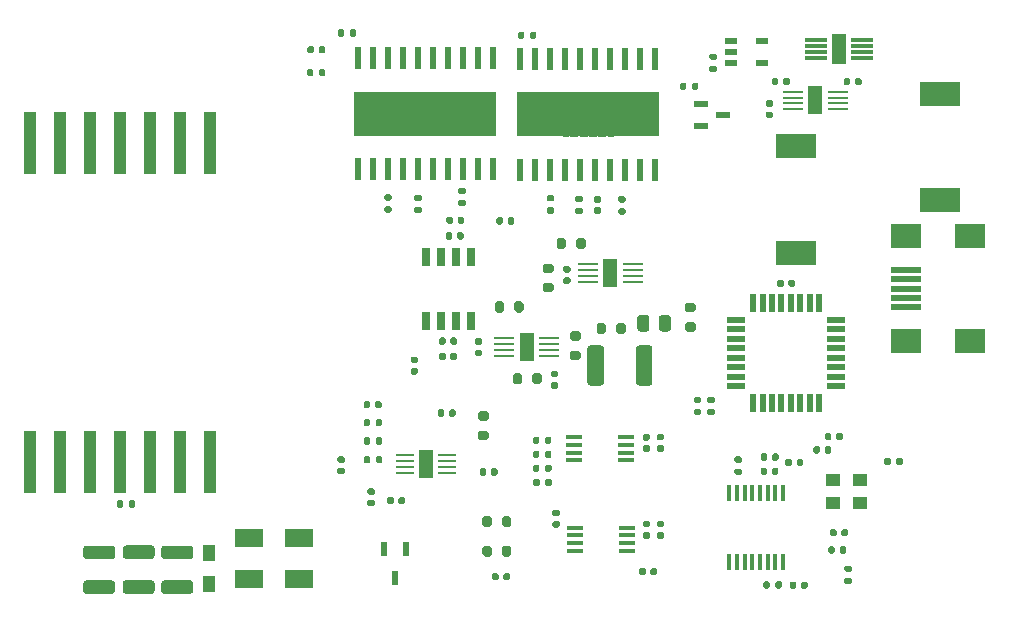
<source format=gtp>
G04 #@! TF.GenerationSoftware,KiCad,Pcbnew,(5.1.10)-1*
G04 #@! TF.CreationDate,2021-08-05T17:19:02-07:00*
G04 #@! TF.ProjectId,laser,6c617365-722e-46b6-9963-61645f706362,rev?*
G04 #@! TF.SameCoordinates,Original*
G04 #@! TF.FileFunction,Paste,Top*
G04 #@! TF.FilePolarity,Positive*
%FSLAX46Y46*%
G04 Gerber Fmt 4.6, Leading zero omitted, Abs format (unit mm)*
G04 Created by KiCad (PCBNEW (5.1.10)-1) date 2021-08-05 17:19:02*
%MOMM*%
%LPD*%
G01*
G04 APERTURE LIST*
%ADD10C,0.100000*%
%ADD11R,1.799999X0.250000*%
%ADD12R,1.200000X2.440000*%
%ADD13R,1.600000X0.250000*%
%ADD14R,2.500000X2.000000*%
%ADD15R,2.500000X0.500000*%
%ADD16R,3.500000X2.000000*%
%ADD17R,1.200000X2.540000*%
%ADD18R,1.850000X0.300000*%
%ADD19R,0.558000X1.969999*%
%ADD20R,12.000000X3.810000*%
%ADD21R,1.000000X1.400000*%
%ADD22R,1.040000X5.250000*%
%ADD23R,1.050000X0.550000*%
%ADD24R,0.650000X1.525000*%
%ADD25R,0.450000X1.475000*%
%ADD26R,0.600000X1.300000*%
%ADD27R,2.410000X1.650000*%
%ADD28R,1.309599X0.568000*%
%ADD29R,1.315199X0.405600*%
%ADD30R,1.300000X1.100000*%
%ADD31R,0.600000X1.500000*%
%ADD32R,1.500000X0.600000*%
G04 APERTURE END LIST*
D10*
G36*
X161714930Y-92580070D02*
G01*
X162125200Y-92580070D01*
X162125200Y-92172521D01*
X161983779Y-92031100D01*
X161714930Y-92031100D01*
X161714930Y-92580070D01*
G37*
X161714930Y-92580070D02*
X162125200Y-92580070D01*
X162125200Y-92172521D01*
X161983779Y-92031100D01*
X161714930Y-92031100D01*
X161714930Y-92580070D01*
G36*
X162325200Y-92580070D02*
G01*
X162912600Y-92580070D01*
X162912600Y-92172521D01*
X162771179Y-92031100D01*
X162466621Y-92031100D01*
X162325200Y-92172521D01*
X162325200Y-92580070D01*
G37*
X162325200Y-92580070D02*
X162912600Y-92580070D01*
X162912600Y-92172521D01*
X162771179Y-92031100D01*
X162466621Y-92031100D01*
X162325200Y-92172521D01*
X162325200Y-92580070D01*
G36*
X163112600Y-92580070D02*
G01*
X163700000Y-92580070D01*
X163700000Y-92172521D01*
X163558579Y-92031100D01*
X163254021Y-92031100D01*
X163112600Y-92172521D01*
X163112600Y-92580070D01*
G37*
X163112600Y-92580070D02*
X163700000Y-92580070D01*
X163700000Y-92172521D01*
X163558579Y-92031100D01*
X163254021Y-92031100D01*
X163112600Y-92172521D01*
X163112600Y-92580070D01*
G36*
X163900000Y-92580070D02*
G01*
X164487400Y-92580070D01*
X164487400Y-92172521D01*
X164345979Y-92031100D01*
X164041421Y-92031100D01*
X163900000Y-92172521D01*
X163900000Y-92580070D01*
G37*
X163900000Y-92580070D02*
X164487400Y-92580070D01*
X164487400Y-92172521D01*
X164345979Y-92031100D01*
X164041421Y-92031100D01*
X163900000Y-92172521D01*
X163900000Y-92580070D01*
G36*
X164687400Y-92580070D02*
G01*
X165274800Y-92580070D01*
X165274800Y-92172521D01*
X165133379Y-92031100D01*
X164828821Y-92031100D01*
X164687400Y-92172521D01*
X164687400Y-92580070D01*
G37*
X164687400Y-92580070D02*
X165274800Y-92580070D01*
X165274800Y-92172521D01*
X165133379Y-92031100D01*
X164828821Y-92031100D01*
X164687400Y-92172521D01*
X164687400Y-92580070D01*
G36*
X165474800Y-92580070D02*
G01*
X165885070Y-92580070D01*
X165885070Y-92031100D01*
X165616221Y-92031100D01*
X165474800Y-92172521D01*
X165474800Y-92580070D01*
G37*
X165474800Y-92580070D02*
X165885070Y-92580070D01*
X165885070Y-92031100D01*
X165616221Y-92031100D01*
X165474800Y-92172521D01*
X165474800Y-92580070D01*
G36*
X161714930Y-91831100D02*
G01*
X161983779Y-91831100D01*
X162125200Y-91689679D01*
X162125200Y-91385121D01*
X161983779Y-91243700D01*
X161714930Y-91243700D01*
X161714930Y-91831100D01*
G37*
X161714930Y-91831100D02*
X161983779Y-91831100D01*
X162125200Y-91689679D01*
X162125200Y-91385121D01*
X161983779Y-91243700D01*
X161714930Y-91243700D01*
X161714930Y-91831100D01*
G36*
X165474800Y-91689679D02*
G01*
X165616221Y-91831100D01*
X165885070Y-91831100D01*
X165885070Y-91243700D01*
X165616221Y-91243700D01*
X165474800Y-91385121D01*
X165474800Y-91689679D01*
G37*
X165474800Y-91689679D02*
X165616221Y-91831100D01*
X165885070Y-91831100D01*
X165885070Y-91243700D01*
X165616221Y-91243700D01*
X165474800Y-91385121D01*
X165474800Y-91689679D01*
G36*
X161714930Y-91043700D02*
G01*
X161983779Y-91043700D01*
X162125200Y-90902279D01*
X162125200Y-90597721D01*
X161983779Y-90456300D01*
X161714930Y-90456300D01*
X161714930Y-91043700D01*
G37*
X161714930Y-91043700D02*
X161983779Y-91043700D01*
X162125200Y-90902279D01*
X162125200Y-90597721D01*
X161983779Y-90456300D01*
X161714930Y-90456300D01*
X161714930Y-91043700D01*
G36*
X165474800Y-90902279D02*
G01*
X165616221Y-91043700D01*
X165885070Y-91043700D01*
X165885070Y-90456300D01*
X165616221Y-90456300D01*
X165474800Y-90597721D01*
X165474800Y-90902279D01*
G37*
X165474800Y-90902279D02*
X165616221Y-91043700D01*
X165885070Y-91043700D01*
X165885070Y-90456300D01*
X165616221Y-90456300D01*
X165474800Y-90597721D01*
X165474800Y-90902279D01*
G36*
X161714930Y-90256300D02*
G01*
X161983779Y-90256300D01*
X162125200Y-90114879D01*
X162125200Y-89810321D01*
X161983779Y-89668900D01*
X161714930Y-89668900D01*
X161714930Y-90256300D01*
G37*
X161714930Y-90256300D02*
X161983779Y-90256300D01*
X162125200Y-90114879D01*
X162125200Y-89810321D01*
X161983779Y-89668900D01*
X161714930Y-89668900D01*
X161714930Y-90256300D01*
G36*
X165474800Y-90114879D02*
G01*
X165616221Y-90256300D01*
X165885070Y-90256300D01*
X165885070Y-89668900D01*
X165616221Y-89668900D01*
X165474800Y-89810321D01*
X165474800Y-90114879D01*
G37*
X165474800Y-90114879D02*
X165616221Y-90256300D01*
X165885070Y-90256300D01*
X165885070Y-89668900D01*
X165616221Y-89668900D01*
X165474800Y-89810321D01*
X165474800Y-90114879D01*
G36*
X161714930Y-89468900D02*
G01*
X161983779Y-89468900D01*
X162125200Y-89327479D01*
X162125200Y-88919930D01*
X161714930Y-88919930D01*
X161714930Y-89468900D01*
G37*
X161714930Y-89468900D02*
X161983779Y-89468900D01*
X162125200Y-89327479D01*
X162125200Y-88919930D01*
X161714930Y-88919930D01*
X161714930Y-89468900D01*
G36*
X162325200Y-89327479D02*
G01*
X162466621Y-89468900D01*
X162771179Y-89468900D01*
X162912600Y-89327479D01*
X162912600Y-88919930D01*
X162325200Y-88919930D01*
X162325200Y-89327479D01*
G37*
X162325200Y-89327479D02*
X162466621Y-89468900D01*
X162771179Y-89468900D01*
X162912600Y-89327479D01*
X162912600Y-88919930D01*
X162325200Y-88919930D01*
X162325200Y-89327479D01*
G36*
X163112600Y-89327479D02*
G01*
X163254021Y-89468900D01*
X163558579Y-89468900D01*
X163700000Y-89327479D01*
X163700000Y-88919930D01*
X163112600Y-88919930D01*
X163112600Y-89327479D01*
G37*
X163112600Y-89327479D02*
X163254021Y-89468900D01*
X163558579Y-89468900D01*
X163700000Y-89327479D01*
X163700000Y-88919930D01*
X163112600Y-88919930D01*
X163112600Y-89327479D01*
G36*
X163900000Y-89327479D02*
G01*
X164041421Y-89468900D01*
X164345979Y-89468900D01*
X164487400Y-89327479D01*
X164487400Y-88919930D01*
X163900000Y-88919930D01*
X163900000Y-89327479D01*
G37*
X163900000Y-89327479D02*
X164041421Y-89468900D01*
X164345979Y-89468900D01*
X164487400Y-89327479D01*
X164487400Y-88919930D01*
X163900000Y-88919930D01*
X163900000Y-89327479D01*
G36*
X164687400Y-89327479D02*
G01*
X164828821Y-89468900D01*
X165133379Y-89468900D01*
X165274800Y-89327479D01*
X165274800Y-88919930D01*
X164687400Y-88919930D01*
X164687400Y-89327479D01*
G37*
X164687400Y-89327479D02*
X164828821Y-89468900D01*
X165133379Y-89468900D01*
X165274800Y-89327479D01*
X165274800Y-88919930D01*
X164687400Y-88919930D01*
X164687400Y-89327479D01*
G36*
X165474800Y-89327479D02*
G01*
X165616221Y-89468900D01*
X165885070Y-89468900D01*
X165885070Y-88919930D01*
X165474800Y-88919930D01*
X165474800Y-89327479D01*
G37*
X165474800Y-89327479D02*
X165616221Y-89468900D01*
X165885070Y-89468900D01*
X165885070Y-88919930D01*
X165474800Y-88919930D01*
X165474800Y-89327479D01*
G36*
X179264800Y-89377479D02*
G01*
X179406221Y-89518900D01*
X179675070Y-89518900D01*
X179675070Y-88969930D01*
X179264800Y-88969930D01*
X179264800Y-89377479D01*
G37*
X179264800Y-89377479D02*
X179406221Y-89518900D01*
X179675070Y-89518900D01*
X179675070Y-88969930D01*
X179264800Y-88969930D01*
X179264800Y-89377479D01*
G36*
X178477400Y-89377479D02*
G01*
X178618821Y-89518900D01*
X178923379Y-89518900D01*
X179064800Y-89377479D01*
X179064800Y-88969930D01*
X178477400Y-88969930D01*
X178477400Y-89377479D01*
G37*
X178477400Y-89377479D02*
X178618821Y-89518900D01*
X178923379Y-89518900D01*
X179064800Y-89377479D01*
X179064800Y-88969930D01*
X178477400Y-88969930D01*
X178477400Y-89377479D01*
G36*
X177690000Y-89377479D02*
G01*
X177831421Y-89518900D01*
X178135979Y-89518900D01*
X178277400Y-89377479D01*
X178277400Y-88969930D01*
X177690000Y-88969930D01*
X177690000Y-89377479D01*
G37*
X177690000Y-89377479D02*
X177831421Y-89518900D01*
X178135979Y-89518900D01*
X178277400Y-89377479D01*
X178277400Y-88969930D01*
X177690000Y-88969930D01*
X177690000Y-89377479D01*
G36*
X176902600Y-89377479D02*
G01*
X177044021Y-89518900D01*
X177348579Y-89518900D01*
X177490000Y-89377479D01*
X177490000Y-88969930D01*
X176902600Y-88969930D01*
X176902600Y-89377479D01*
G37*
X176902600Y-89377479D02*
X177044021Y-89518900D01*
X177348579Y-89518900D01*
X177490000Y-89377479D01*
X177490000Y-88969930D01*
X176902600Y-88969930D01*
X176902600Y-89377479D01*
G36*
X176115200Y-89377479D02*
G01*
X176256621Y-89518900D01*
X176561179Y-89518900D01*
X176702600Y-89377479D01*
X176702600Y-88969930D01*
X176115200Y-88969930D01*
X176115200Y-89377479D01*
G37*
X176115200Y-89377479D02*
X176256621Y-89518900D01*
X176561179Y-89518900D01*
X176702600Y-89377479D01*
X176702600Y-88969930D01*
X176115200Y-88969930D01*
X176115200Y-89377479D01*
G36*
X175504930Y-89518900D02*
G01*
X175773779Y-89518900D01*
X175915200Y-89377479D01*
X175915200Y-88969930D01*
X175504930Y-88969930D01*
X175504930Y-89518900D01*
G37*
X175504930Y-89518900D02*
X175773779Y-89518900D01*
X175915200Y-89377479D01*
X175915200Y-88969930D01*
X175504930Y-88969930D01*
X175504930Y-89518900D01*
G36*
X179264800Y-90164879D02*
G01*
X179406221Y-90306300D01*
X179675070Y-90306300D01*
X179675070Y-89718900D01*
X179406221Y-89718900D01*
X179264800Y-89860321D01*
X179264800Y-90164879D01*
G37*
X179264800Y-90164879D02*
X179406221Y-90306300D01*
X179675070Y-90306300D01*
X179675070Y-89718900D01*
X179406221Y-89718900D01*
X179264800Y-89860321D01*
X179264800Y-90164879D01*
G36*
X175504930Y-90306300D02*
G01*
X175773779Y-90306300D01*
X175915200Y-90164879D01*
X175915200Y-89860321D01*
X175773779Y-89718900D01*
X175504930Y-89718900D01*
X175504930Y-90306300D01*
G37*
X175504930Y-90306300D02*
X175773779Y-90306300D01*
X175915200Y-90164879D01*
X175915200Y-89860321D01*
X175773779Y-89718900D01*
X175504930Y-89718900D01*
X175504930Y-90306300D01*
G36*
X179264800Y-90952279D02*
G01*
X179406221Y-91093700D01*
X179675070Y-91093700D01*
X179675070Y-90506300D01*
X179406221Y-90506300D01*
X179264800Y-90647721D01*
X179264800Y-90952279D01*
G37*
X179264800Y-90952279D02*
X179406221Y-91093700D01*
X179675070Y-91093700D01*
X179675070Y-90506300D01*
X179406221Y-90506300D01*
X179264800Y-90647721D01*
X179264800Y-90952279D01*
G36*
X175504930Y-91093700D02*
G01*
X175773779Y-91093700D01*
X175915200Y-90952279D01*
X175915200Y-90647721D01*
X175773779Y-90506300D01*
X175504930Y-90506300D01*
X175504930Y-91093700D01*
G37*
X175504930Y-91093700D02*
X175773779Y-91093700D01*
X175915200Y-90952279D01*
X175915200Y-90647721D01*
X175773779Y-90506300D01*
X175504930Y-90506300D01*
X175504930Y-91093700D01*
G36*
X179264800Y-91739679D02*
G01*
X179406221Y-91881100D01*
X179675070Y-91881100D01*
X179675070Y-91293700D01*
X179406221Y-91293700D01*
X179264800Y-91435121D01*
X179264800Y-91739679D01*
G37*
X179264800Y-91739679D02*
X179406221Y-91881100D01*
X179675070Y-91881100D01*
X179675070Y-91293700D01*
X179406221Y-91293700D01*
X179264800Y-91435121D01*
X179264800Y-91739679D01*
G36*
X175504930Y-91881100D02*
G01*
X175773779Y-91881100D01*
X175915200Y-91739679D01*
X175915200Y-91435121D01*
X175773779Y-91293700D01*
X175504930Y-91293700D01*
X175504930Y-91881100D01*
G37*
X175504930Y-91881100D02*
X175773779Y-91881100D01*
X175915200Y-91739679D01*
X175915200Y-91435121D01*
X175773779Y-91293700D01*
X175504930Y-91293700D01*
X175504930Y-91881100D01*
G36*
X179264800Y-92630070D02*
G01*
X179675070Y-92630070D01*
X179675070Y-92081100D01*
X179406221Y-92081100D01*
X179264800Y-92222521D01*
X179264800Y-92630070D01*
G37*
X179264800Y-92630070D02*
X179675070Y-92630070D01*
X179675070Y-92081100D01*
X179406221Y-92081100D01*
X179264800Y-92222521D01*
X179264800Y-92630070D01*
G36*
X178477400Y-92630070D02*
G01*
X179064800Y-92630070D01*
X179064800Y-92222521D01*
X178923379Y-92081100D01*
X178618821Y-92081100D01*
X178477400Y-92222521D01*
X178477400Y-92630070D01*
G37*
X178477400Y-92630070D02*
X179064800Y-92630070D01*
X179064800Y-92222521D01*
X178923379Y-92081100D01*
X178618821Y-92081100D01*
X178477400Y-92222521D01*
X178477400Y-92630070D01*
G36*
X177690000Y-92630070D02*
G01*
X178277400Y-92630070D01*
X178277400Y-92222521D01*
X178135979Y-92081100D01*
X177831421Y-92081100D01*
X177690000Y-92222521D01*
X177690000Y-92630070D01*
G37*
X177690000Y-92630070D02*
X178277400Y-92630070D01*
X178277400Y-92222521D01*
X178135979Y-92081100D01*
X177831421Y-92081100D01*
X177690000Y-92222521D01*
X177690000Y-92630070D01*
G36*
X176902600Y-92630070D02*
G01*
X177490000Y-92630070D01*
X177490000Y-92222521D01*
X177348579Y-92081100D01*
X177044021Y-92081100D01*
X176902600Y-92222521D01*
X176902600Y-92630070D01*
G37*
X176902600Y-92630070D02*
X177490000Y-92630070D01*
X177490000Y-92222521D01*
X177348579Y-92081100D01*
X177044021Y-92081100D01*
X176902600Y-92222521D01*
X176902600Y-92630070D01*
G36*
X176115200Y-92630070D02*
G01*
X176702600Y-92630070D01*
X176702600Y-92222521D01*
X176561179Y-92081100D01*
X176256621Y-92081100D01*
X176115200Y-92222521D01*
X176115200Y-92630070D01*
G37*
X176115200Y-92630070D02*
X176702600Y-92630070D01*
X176702600Y-92222521D01*
X176561179Y-92081100D01*
X176256621Y-92081100D01*
X176115200Y-92222521D01*
X176115200Y-92630070D01*
G36*
X175504930Y-92630070D02*
G01*
X175915200Y-92630070D01*
X175915200Y-92222521D01*
X175773779Y-92081100D01*
X175504930Y-92081100D01*
X175504930Y-92630070D01*
G37*
X175504930Y-92630070D02*
X175915200Y-92630070D01*
X175915200Y-92222521D01*
X175773779Y-92081100D01*
X175504930Y-92081100D01*
X175504930Y-92630070D01*
D11*
X194930000Y-88889999D03*
X194930000Y-89390000D03*
X194930000Y-89890000D03*
X194930000Y-90390001D03*
X198730000Y-90390001D03*
X198730000Y-89890000D03*
X198730000Y-89390000D03*
X198730000Y-88889999D03*
D12*
X196830000Y-89640000D03*
X179500000Y-104250000D03*
D11*
X181400000Y-103499999D03*
X181400000Y-104000000D03*
X181400000Y-104500000D03*
X181400000Y-105000001D03*
X177600000Y-105000001D03*
X177600000Y-104500000D03*
X177600000Y-104000000D03*
X177600000Y-103499999D03*
X170520000Y-109749999D03*
X170520000Y-110250000D03*
X170520000Y-110750000D03*
X170520000Y-111250001D03*
X174320000Y-111250001D03*
X174320000Y-110750000D03*
X174320000Y-110250000D03*
X174320000Y-109749999D03*
D12*
X172420000Y-110500000D03*
X163880000Y-120410000D03*
D13*
X165680000Y-119659999D03*
X165680000Y-120160000D03*
X165680000Y-120660000D03*
X165680000Y-121160001D03*
X162080000Y-121160001D03*
X162080000Y-120660000D03*
X162080000Y-120160000D03*
X162080000Y-119659999D03*
D14*
X209970000Y-101100000D03*
X209970000Y-110020000D03*
X204490000Y-101100000D03*
X204490000Y-110020000D03*
D15*
X204490000Y-103960000D03*
X204490000Y-104760000D03*
X204490000Y-105560000D03*
X204490000Y-106360000D03*
X204490000Y-107160000D03*
D16*
X207370000Y-89070000D03*
X207370000Y-98070000D03*
G36*
G01*
X137310001Y-128470000D02*
X135109999Y-128470000D01*
G75*
G02*
X134860000Y-128220001I0J249999D01*
G01*
X134860000Y-127569999D01*
G75*
G02*
X135109999Y-127320000I249999J0D01*
G01*
X137310001Y-127320000D01*
G75*
G02*
X137560000Y-127569999I0J-249999D01*
G01*
X137560000Y-128220001D01*
G75*
G02*
X137310001Y-128470000I-249999J0D01*
G01*
G37*
G36*
G01*
X137310001Y-131420000D02*
X135109999Y-131420000D01*
G75*
G02*
X134860000Y-131170001I0J249999D01*
G01*
X134860000Y-130519999D01*
G75*
G02*
X135109999Y-130270000I249999J0D01*
G01*
X137310001Y-130270000D01*
G75*
G02*
X137560000Y-130519999I0J-249999D01*
G01*
X137560000Y-131170001D01*
G75*
G02*
X137310001Y-131420000I-249999J0D01*
G01*
G37*
G36*
G01*
X203710000Y-120395000D02*
X203710000Y-120025000D01*
G75*
G02*
X203845000Y-119890000I135000J0D01*
G01*
X204115000Y-119890000D01*
G75*
G02*
X204250000Y-120025000I0J-135000D01*
G01*
X204250000Y-120395000D01*
G75*
G02*
X204115000Y-120530000I-135000J0D01*
G01*
X203845000Y-120530000D01*
G75*
G02*
X203710000Y-120395000I0J135000D01*
G01*
G37*
G36*
G01*
X202690000Y-120395000D02*
X202690000Y-120025000D01*
G75*
G02*
X202825000Y-119890000I135000J0D01*
G01*
X203095000Y-119890000D01*
G75*
G02*
X203230000Y-120025000I0J-135000D01*
G01*
X203230000Y-120395000D01*
G75*
G02*
X203095000Y-120530000I-135000J0D01*
G01*
X202825000Y-120530000D01*
G75*
G02*
X202690000Y-120395000I0J135000D01*
G01*
G37*
G36*
G01*
X141719999Y-130270000D02*
X143920001Y-130270000D01*
G75*
G02*
X144170000Y-130519999I0J-249999D01*
G01*
X144170000Y-131170001D01*
G75*
G02*
X143920001Y-131420000I-249999J0D01*
G01*
X141719999Y-131420000D01*
G75*
G02*
X141470000Y-131170001I0J249999D01*
G01*
X141470000Y-130519999D01*
G75*
G02*
X141719999Y-130270000I249999J0D01*
G01*
G37*
G36*
G01*
X141719999Y-127320000D02*
X143920001Y-127320000D01*
G75*
G02*
X144170000Y-127569999I0J-249999D01*
G01*
X144170000Y-128220001D01*
G75*
G02*
X143920001Y-128470000I-249999J0D01*
G01*
X141719999Y-128470000D01*
G75*
G02*
X141470000Y-128220001I0J249999D01*
G01*
X141470000Y-127569999D01*
G75*
G02*
X141719999Y-127320000I249999J0D01*
G01*
G37*
G36*
G01*
X140660001Y-128460000D02*
X138459999Y-128460000D01*
G75*
G02*
X138210000Y-128210001I0J249999D01*
G01*
X138210000Y-127559999D01*
G75*
G02*
X138459999Y-127310000I249999J0D01*
G01*
X140660001Y-127310000D01*
G75*
G02*
X140910000Y-127559999I0J-249999D01*
G01*
X140910000Y-128210001D01*
G75*
G02*
X140660001Y-128460000I-249999J0D01*
G01*
G37*
G36*
G01*
X140660001Y-131410000D02*
X138459999Y-131410000D01*
G75*
G02*
X138210000Y-131160001I0J249999D01*
G01*
X138210000Y-130509999D01*
G75*
G02*
X138459999Y-130260000I249999J0D01*
G01*
X140660001Y-130260000D01*
G75*
G02*
X140910000Y-130509999I0J-249999D01*
G01*
X140910000Y-131160001D01*
G75*
G02*
X140660001Y-131410000I-249999J0D01*
G01*
G37*
D17*
X198830000Y-85300000D03*
D18*
X200780000Y-84550000D03*
X200780000Y-85050000D03*
X200780000Y-85550000D03*
X200780000Y-86050000D03*
X196880000Y-86050000D03*
X196880000Y-85550000D03*
X196880000Y-85050000D03*
X196880000Y-84550000D03*
D19*
X158085000Y-95436300D03*
X159355000Y-95436300D03*
X160625000Y-95436300D03*
X161895000Y-95436300D03*
X163165000Y-95436300D03*
X164435000Y-95436300D03*
X165705000Y-95436300D03*
X166975000Y-95436300D03*
X168245000Y-95436300D03*
X169515000Y-95436300D03*
X169515000Y-86063700D03*
X168245000Y-86063700D03*
X166975000Y-86063700D03*
X165705000Y-86063700D03*
X164435000Y-86063700D03*
X163165000Y-86063700D03*
X161895000Y-86063700D03*
X160625000Y-86063700D03*
X159355000Y-86063700D03*
X158085000Y-86063700D03*
D20*
X163800000Y-90750000D03*
X177590000Y-90800000D03*
D19*
X171875000Y-86113700D03*
X173145000Y-86113700D03*
X174415000Y-86113700D03*
X175685000Y-86113700D03*
X176955000Y-86113700D03*
X178225000Y-86113700D03*
X179495000Y-86113700D03*
X180765000Y-86113700D03*
X182035000Y-86113700D03*
X183305000Y-86113700D03*
X183305000Y-95486300D03*
X182035000Y-95486300D03*
X180765000Y-95486300D03*
X179495000Y-95486300D03*
X178225000Y-95486300D03*
X176955000Y-95486300D03*
X175685000Y-95486300D03*
X174415000Y-95486300D03*
X173145000Y-95486300D03*
X171875000Y-95486300D03*
D21*
X145540000Y-127940000D03*
X145540000Y-130540000D03*
G36*
G01*
X138730000Y-123975000D02*
X138730000Y-123605000D01*
G75*
G02*
X138865000Y-123470000I135000J0D01*
G01*
X139135000Y-123470000D01*
G75*
G02*
X139270000Y-123605000I0J-135000D01*
G01*
X139270000Y-123975000D01*
G75*
G02*
X139135000Y-124110000I-135000J0D01*
G01*
X138865000Y-124110000D01*
G75*
G02*
X138730000Y-123975000I0J135000D01*
G01*
G37*
G36*
G01*
X137710000Y-123975000D02*
X137710000Y-123605000D01*
G75*
G02*
X137845000Y-123470000I135000J0D01*
G01*
X138115000Y-123470000D01*
G75*
G02*
X138250000Y-123605000I0J-135000D01*
G01*
X138250000Y-123975000D01*
G75*
G02*
X138115000Y-124110000I-135000J0D01*
G01*
X137845000Y-124110000D01*
G75*
G02*
X137710000Y-123975000I0J135000D01*
G01*
G37*
G36*
G01*
X168160000Y-109790000D02*
X168500000Y-109790000D01*
G75*
G02*
X168640000Y-109930000I0J-140000D01*
G01*
X168640000Y-110210000D01*
G75*
G02*
X168500000Y-110350000I-140000J0D01*
G01*
X168160000Y-110350000D01*
G75*
G02*
X168020000Y-110210000I0J140000D01*
G01*
X168020000Y-109930000D01*
G75*
G02*
X168160000Y-109790000I140000J0D01*
G01*
G37*
G36*
G01*
X168160000Y-110750000D02*
X168500000Y-110750000D01*
G75*
G02*
X168640000Y-110890000I0J-140000D01*
G01*
X168640000Y-111170000D01*
G75*
G02*
X168500000Y-111310000I-140000J0D01*
G01*
X168160000Y-111310000D01*
G75*
G02*
X168020000Y-111170000I0J140000D01*
G01*
X168020000Y-110890000D01*
G75*
G02*
X168160000Y-110750000I140000J0D01*
G01*
G37*
D22*
X130370000Y-120280000D03*
X132910000Y-120280000D03*
X135450000Y-120280000D03*
X137990000Y-120280000D03*
X140530000Y-120280000D03*
X143070000Y-120280000D03*
X145610000Y-120280000D03*
X130370000Y-93280000D03*
X132910000Y-93280000D03*
X135450000Y-93280000D03*
X137990000Y-93280000D03*
X140530000Y-93280000D03*
X143070000Y-93280000D03*
X145610000Y-93280000D03*
G36*
G01*
X200200000Y-88220000D02*
X200200000Y-87880000D01*
G75*
G02*
X200340000Y-87740000I140000J0D01*
G01*
X200620000Y-87740000D01*
G75*
G02*
X200760000Y-87880000I0J-140000D01*
G01*
X200760000Y-88220000D01*
G75*
G02*
X200620000Y-88360000I-140000J0D01*
G01*
X200340000Y-88360000D01*
G75*
G02*
X200200000Y-88220000I0J140000D01*
G01*
G37*
G36*
G01*
X199240000Y-88220000D02*
X199240000Y-87880000D01*
G75*
G02*
X199380000Y-87740000I140000J0D01*
G01*
X199660000Y-87740000D01*
G75*
G02*
X199800000Y-87880000I0J-140000D01*
G01*
X199800000Y-88220000D01*
G75*
G02*
X199660000Y-88360000I-140000J0D01*
G01*
X199380000Y-88360000D01*
G75*
G02*
X199240000Y-88220000I0J140000D01*
G01*
G37*
G36*
G01*
X193150000Y-88200000D02*
X193150000Y-87860000D01*
G75*
G02*
X193290000Y-87720000I140000J0D01*
G01*
X193570000Y-87720000D01*
G75*
G02*
X193710000Y-87860000I0J-140000D01*
G01*
X193710000Y-88200000D01*
G75*
G02*
X193570000Y-88340000I-140000J0D01*
G01*
X193290000Y-88340000D01*
G75*
G02*
X193150000Y-88200000I0J140000D01*
G01*
G37*
G36*
G01*
X194110000Y-88200000D02*
X194110000Y-87860000D01*
G75*
G02*
X194250000Y-87720000I140000J0D01*
G01*
X194530000Y-87720000D01*
G75*
G02*
X194670000Y-87860000I0J-140000D01*
G01*
X194670000Y-88200000D01*
G75*
G02*
X194530000Y-88340000I-140000J0D01*
G01*
X194250000Y-88340000D01*
G75*
G02*
X194110000Y-88200000I0J140000D01*
G01*
G37*
G36*
G01*
X192780000Y-90580000D02*
X193120000Y-90580000D01*
G75*
G02*
X193260000Y-90720000I0J-140000D01*
G01*
X193260000Y-91000000D01*
G75*
G02*
X193120000Y-91140000I-140000J0D01*
G01*
X192780000Y-91140000D01*
G75*
G02*
X192640000Y-91000000I0J140000D01*
G01*
X192640000Y-90720000D01*
G75*
G02*
X192780000Y-90580000I140000J0D01*
G01*
G37*
G36*
G01*
X192780000Y-89620000D02*
X193120000Y-89620000D01*
G75*
G02*
X193260000Y-89760000I0J-140000D01*
G01*
X193260000Y-90040000D01*
G75*
G02*
X193120000Y-90180000I-140000J0D01*
G01*
X192780000Y-90180000D01*
G75*
G02*
X192640000Y-90040000I0J140000D01*
G01*
X192640000Y-89760000D01*
G75*
G02*
X192780000Y-89620000I140000J0D01*
G01*
G37*
G36*
G01*
X178240000Y-97730000D02*
X178580000Y-97730000D01*
G75*
G02*
X178720000Y-97870000I0J-140000D01*
G01*
X178720000Y-98150000D01*
G75*
G02*
X178580000Y-98290000I-140000J0D01*
G01*
X178240000Y-98290000D01*
G75*
G02*
X178100000Y-98150000I0J140000D01*
G01*
X178100000Y-97870000D01*
G75*
G02*
X178240000Y-97730000I140000J0D01*
G01*
G37*
G36*
G01*
X178240000Y-98690000D02*
X178580000Y-98690000D01*
G75*
G02*
X178720000Y-98830000I0J-140000D01*
G01*
X178720000Y-99110000D01*
G75*
G02*
X178580000Y-99250000I-140000J0D01*
G01*
X178240000Y-99250000D01*
G75*
G02*
X178100000Y-99110000I0J140000D01*
G01*
X178100000Y-98830000D01*
G75*
G02*
X178240000Y-98690000I140000J0D01*
G01*
G37*
G36*
G01*
X170800000Y-100010000D02*
X170800000Y-99670000D01*
G75*
G02*
X170940000Y-99530000I140000J0D01*
G01*
X171220000Y-99530000D01*
G75*
G02*
X171360000Y-99670000I0J-140000D01*
G01*
X171360000Y-100010000D01*
G75*
G02*
X171220000Y-100150000I-140000J0D01*
G01*
X170940000Y-100150000D01*
G75*
G02*
X170800000Y-100010000I0J140000D01*
G01*
G37*
G36*
G01*
X169840000Y-100010000D02*
X169840000Y-99670000D01*
G75*
G02*
X169980000Y-99530000I140000J0D01*
G01*
X170260000Y-99530000D01*
G75*
G02*
X170400000Y-99670000I0J-140000D01*
G01*
X170400000Y-100010000D01*
G75*
G02*
X170260000Y-100150000I-140000J0D01*
G01*
X169980000Y-100150000D01*
G75*
G02*
X169840000Y-100010000I0J140000D01*
G01*
G37*
G36*
G01*
X167120000Y-99610000D02*
X167120000Y-99950000D01*
G75*
G02*
X166980000Y-100090000I-140000J0D01*
G01*
X166700000Y-100090000D01*
G75*
G02*
X166560000Y-99950000I0J140000D01*
G01*
X166560000Y-99610000D01*
G75*
G02*
X166700000Y-99470000I140000J0D01*
G01*
X166980000Y-99470000D01*
G75*
G02*
X167120000Y-99610000I0J-140000D01*
G01*
G37*
G36*
G01*
X166160000Y-99610000D02*
X166160000Y-99950000D01*
G75*
G02*
X166020000Y-100090000I-140000J0D01*
G01*
X165740000Y-100090000D01*
G75*
G02*
X165600000Y-99950000I0J140000D01*
G01*
X165600000Y-99610000D01*
G75*
G02*
X165740000Y-99470000I140000J0D01*
G01*
X166020000Y-99470000D01*
G75*
G02*
X166160000Y-99610000I0J-140000D01*
G01*
G37*
G36*
G01*
X154390000Y-85180000D02*
X154390000Y-85520000D01*
G75*
G02*
X154250000Y-85660000I-140000J0D01*
G01*
X153970000Y-85660000D01*
G75*
G02*
X153830000Y-85520000I0J140000D01*
G01*
X153830000Y-85180000D01*
G75*
G02*
X153970000Y-85040000I140000J0D01*
G01*
X154250000Y-85040000D01*
G75*
G02*
X154390000Y-85180000I0J-140000D01*
G01*
G37*
G36*
G01*
X155350000Y-85180000D02*
X155350000Y-85520000D01*
G75*
G02*
X155210000Y-85660000I-140000J0D01*
G01*
X154930000Y-85660000D01*
G75*
G02*
X154790000Y-85520000I0J140000D01*
G01*
X154790000Y-85180000D01*
G75*
G02*
X154930000Y-85040000I140000J0D01*
G01*
X155210000Y-85040000D01*
G75*
G02*
X155350000Y-85180000I0J-140000D01*
G01*
G37*
G36*
G01*
X156530000Y-120740000D02*
X156870000Y-120740000D01*
G75*
G02*
X157010000Y-120880000I0J-140000D01*
G01*
X157010000Y-121160000D01*
G75*
G02*
X156870000Y-121300000I-140000J0D01*
G01*
X156530000Y-121300000D01*
G75*
G02*
X156390000Y-121160000I0J140000D01*
G01*
X156390000Y-120880000D01*
G75*
G02*
X156530000Y-120740000I140000J0D01*
G01*
G37*
G36*
G01*
X156530000Y-119780000D02*
X156870000Y-119780000D01*
G75*
G02*
X157010000Y-119920000I0J-140000D01*
G01*
X157010000Y-120200000D01*
G75*
G02*
X156870000Y-120340000I-140000J0D01*
G01*
X156530000Y-120340000D01*
G75*
G02*
X156390000Y-120200000I0J140000D01*
G01*
X156390000Y-119920000D01*
G75*
G02*
X156530000Y-119780000I140000J0D01*
G01*
G37*
G36*
G01*
X159400000Y-124000000D02*
X159060000Y-124000000D01*
G75*
G02*
X158920000Y-123860000I0J140000D01*
G01*
X158920000Y-123580000D01*
G75*
G02*
X159060000Y-123440000I140000J0D01*
G01*
X159400000Y-123440000D01*
G75*
G02*
X159540000Y-123580000I0J-140000D01*
G01*
X159540000Y-123860000D01*
G75*
G02*
X159400000Y-124000000I-140000J0D01*
G01*
G37*
G36*
G01*
X159400000Y-123040000D02*
X159060000Y-123040000D01*
G75*
G02*
X158920000Y-122900000I0J140000D01*
G01*
X158920000Y-122620000D01*
G75*
G02*
X159060000Y-122480000I140000J0D01*
G01*
X159400000Y-122480000D01*
G75*
G02*
X159540000Y-122620000I0J-140000D01*
G01*
X159540000Y-122900000D01*
G75*
G02*
X159400000Y-123040000I-140000J0D01*
G01*
G37*
G36*
G01*
X168980000Y-120920000D02*
X168980000Y-121260000D01*
G75*
G02*
X168840000Y-121400000I-140000J0D01*
G01*
X168560000Y-121400000D01*
G75*
G02*
X168420000Y-121260000I0J140000D01*
G01*
X168420000Y-120920000D01*
G75*
G02*
X168560000Y-120780000I140000J0D01*
G01*
X168840000Y-120780000D01*
G75*
G02*
X168980000Y-120920000I0J-140000D01*
G01*
G37*
G36*
G01*
X169940000Y-120920000D02*
X169940000Y-121260000D01*
G75*
G02*
X169800000Y-121400000I-140000J0D01*
G01*
X169520000Y-121400000D01*
G75*
G02*
X169380000Y-121260000I0J140000D01*
G01*
X169380000Y-120920000D01*
G75*
G02*
X169520000Y-120780000I140000J0D01*
G01*
X169800000Y-120780000D01*
G75*
G02*
X169940000Y-120920000I0J-140000D01*
G01*
G37*
G36*
G01*
X170990000Y-129800000D02*
X170990000Y-130140000D01*
G75*
G02*
X170850000Y-130280000I-140000J0D01*
G01*
X170570000Y-130280000D01*
G75*
G02*
X170430000Y-130140000I0J140000D01*
G01*
X170430000Y-129800000D01*
G75*
G02*
X170570000Y-129660000I140000J0D01*
G01*
X170850000Y-129660000D01*
G75*
G02*
X170990000Y-129800000I0J-140000D01*
G01*
G37*
G36*
G01*
X170030000Y-129800000D02*
X170030000Y-130140000D01*
G75*
G02*
X169890000Y-130280000I-140000J0D01*
G01*
X169610000Y-130280000D01*
G75*
G02*
X169470000Y-130140000I0J140000D01*
G01*
X169470000Y-129800000D01*
G75*
G02*
X169610000Y-129660000I140000J0D01*
G01*
X169890000Y-129660000D01*
G75*
G02*
X170030000Y-129800000I0J-140000D01*
G01*
G37*
G36*
G01*
X159560000Y-115560000D02*
X159560000Y-115220000D01*
G75*
G02*
X159700000Y-115080000I140000J0D01*
G01*
X159980000Y-115080000D01*
G75*
G02*
X160120000Y-115220000I0J-140000D01*
G01*
X160120000Y-115560000D01*
G75*
G02*
X159980000Y-115700000I-140000J0D01*
G01*
X159700000Y-115700000D01*
G75*
G02*
X159560000Y-115560000I0J140000D01*
G01*
G37*
G36*
G01*
X158600000Y-115560000D02*
X158600000Y-115220000D01*
G75*
G02*
X158740000Y-115080000I140000J0D01*
G01*
X159020000Y-115080000D01*
G75*
G02*
X159160000Y-115220000I0J-140000D01*
G01*
X159160000Y-115560000D01*
G75*
G02*
X159020000Y-115700000I-140000J0D01*
G01*
X158740000Y-115700000D01*
G75*
G02*
X158600000Y-115560000I0J140000D01*
G01*
G37*
G36*
G01*
X162110000Y-123350000D02*
X162110000Y-123690000D01*
G75*
G02*
X161970000Y-123830000I-140000J0D01*
G01*
X161690000Y-123830000D01*
G75*
G02*
X161550000Y-123690000I0J140000D01*
G01*
X161550000Y-123350000D01*
G75*
G02*
X161690000Y-123210000I140000J0D01*
G01*
X161970000Y-123210000D01*
G75*
G02*
X162110000Y-123350000I0J-140000D01*
G01*
G37*
G36*
G01*
X161150000Y-123350000D02*
X161150000Y-123690000D01*
G75*
G02*
X161010000Y-123830000I-140000J0D01*
G01*
X160730000Y-123830000D01*
G75*
G02*
X160590000Y-123690000I0J140000D01*
G01*
X160590000Y-123350000D01*
G75*
G02*
X160730000Y-123210000I140000J0D01*
G01*
X161010000Y-123210000D01*
G75*
G02*
X161150000Y-123350000I0J-140000D01*
G01*
G37*
G36*
G01*
X165830000Y-116280000D02*
X165830000Y-115940000D01*
G75*
G02*
X165970000Y-115800000I140000J0D01*
G01*
X166250000Y-115800000D01*
G75*
G02*
X166390000Y-115940000I0J-140000D01*
G01*
X166390000Y-116280000D01*
G75*
G02*
X166250000Y-116420000I-140000J0D01*
G01*
X165970000Y-116420000D01*
G75*
G02*
X165830000Y-116280000I0J140000D01*
G01*
G37*
G36*
G01*
X164870000Y-116280000D02*
X164870000Y-115940000D01*
G75*
G02*
X165010000Y-115800000I140000J0D01*
G01*
X165290000Y-115800000D01*
G75*
G02*
X165430000Y-115940000I0J-140000D01*
G01*
X165430000Y-116280000D01*
G75*
G02*
X165290000Y-116420000I-140000J0D01*
G01*
X165010000Y-116420000D01*
G75*
G02*
X164870000Y-116280000I0J140000D01*
G01*
G37*
G36*
G01*
X175640000Y-104610000D02*
X175980000Y-104610000D01*
G75*
G02*
X176120000Y-104750000I0J-140000D01*
G01*
X176120000Y-105030000D01*
G75*
G02*
X175980000Y-105170000I-140000J0D01*
G01*
X175640000Y-105170000D01*
G75*
G02*
X175500000Y-105030000I0J140000D01*
G01*
X175500000Y-104750000D01*
G75*
G02*
X175640000Y-104610000I140000J0D01*
G01*
G37*
G36*
G01*
X175640000Y-103650000D02*
X175980000Y-103650000D01*
G75*
G02*
X176120000Y-103790000I0J-140000D01*
G01*
X176120000Y-104070000D01*
G75*
G02*
X175980000Y-104210000I-140000J0D01*
G01*
X175640000Y-104210000D01*
G75*
G02*
X175500000Y-104070000I0J140000D01*
G01*
X175500000Y-103790000D01*
G75*
G02*
X175640000Y-103650000I140000J0D01*
G01*
G37*
G36*
G01*
X174600000Y-112520000D02*
X174940000Y-112520000D01*
G75*
G02*
X175080000Y-112660000I0J-140000D01*
G01*
X175080000Y-112940000D01*
G75*
G02*
X174940000Y-113080000I-140000J0D01*
G01*
X174600000Y-113080000D01*
G75*
G02*
X174460000Y-112940000I0J140000D01*
G01*
X174460000Y-112660000D01*
G75*
G02*
X174600000Y-112520000I140000J0D01*
G01*
G37*
G36*
G01*
X174600000Y-113480000D02*
X174940000Y-113480000D01*
G75*
G02*
X175080000Y-113620000I0J-140000D01*
G01*
X175080000Y-113900000D01*
G75*
G02*
X174940000Y-114040000I-140000J0D01*
G01*
X174600000Y-114040000D01*
G75*
G02*
X174460000Y-113900000I0J140000D01*
G01*
X174460000Y-113620000D01*
G75*
G02*
X174600000Y-113480000I140000J0D01*
G01*
G37*
G36*
G01*
X183050000Y-110629999D02*
X183050000Y-113530001D01*
G75*
G02*
X182800001Y-113780000I-249999J0D01*
G01*
X181899999Y-113780000D01*
G75*
G02*
X181650000Y-113530001I0J249999D01*
G01*
X181650000Y-110629999D01*
G75*
G02*
X181899999Y-110380000I249999J0D01*
G01*
X182800001Y-110380000D01*
G75*
G02*
X183050000Y-110629999I0J-249999D01*
G01*
G37*
G36*
G01*
X178950000Y-110629999D02*
X178950000Y-113530001D01*
G75*
G02*
X178700001Y-113780000I-249999J0D01*
G01*
X177799999Y-113780000D01*
G75*
G02*
X177550000Y-113530001I0J249999D01*
G01*
X177550000Y-110629999D01*
G75*
G02*
X177799999Y-110380000I249999J0D01*
G01*
X178700001Y-110380000D01*
G75*
G02*
X178950000Y-110629999I0J-249999D01*
G01*
G37*
G36*
G01*
X196690000Y-119390000D02*
X196690000Y-119050000D01*
G75*
G02*
X196830000Y-118910000I140000J0D01*
G01*
X197110000Y-118910000D01*
G75*
G02*
X197250000Y-119050000I0J-140000D01*
G01*
X197250000Y-119390000D01*
G75*
G02*
X197110000Y-119530000I-140000J0D01*
G01*
X196830000Y-119530000D01*
G75*
G02*
X196690000Y-119390000I0J140000D01*
G01*
G37*
G36*
G01*
X197650000Y-119390000D02*
X197650000Y-119050000D01*
G75*
G02*
X197790000Y-118910000I140000J0D01*
G01*
X198070000Y-118910000D01*
G75*
G02*
X198210000Y-119050000I0J-140000D01*
G01*
X198210000Y-119390000D01*
G75*
G02*
X198070000Y-119530000I-140000J0D01*
G01*
X197790000Y-119530000D01*
G75*
G02*
X197650000Y-119390000I0J140000D01*
G01*
G37*
G36*
G01*
X198210000Y-117930000D02*
X198210000Y-118270000D01*
G75*
G02*
X198070000Y-118410000I-140000J0D01*
G01*
X197790000Y-118410000D01*
G75*
G02*
X197650000Y-118270000I0J140000D01*
G01*
X197650000Y-117930000D01*
G75*
G02*
X197790000Y-117790000I140000J0D01*
G01*
X198070000Y-117790000D01*
G75*
G02*
X198210000Y-117930000I0J-140000D01*
G01*
G37*
G36*
G01*
X199170000Y-117930000D02*
X199170000Y-118270000D01*
G75*
G02*
X199030000Y-118410000I-140000J0D01*
G01*
X198750000Y-118410000D01*
G75*
G02*
X198610000Y-118270000I0J140000D01*
G01*
X198610000Y-117930000D01*
G75*
G02*
X198750000Y-117790000I140000J0D01*
G01*
X199030000Y-117790000D01*
G75*
G02*
X199170000Y-117930000I0J-140000D01*
G01*
G37*
G36*
G01*
X199060000Y-126410000D02*
X199060000Y-126070000D01*
G75*
G02*
X199200000Y-125930000I140000J0D01*
G01*
X199480000Y-125930000D01*
G75*
G02*
X199620000Y-126070000I0J-140000D01*
G01*
X199620000Y-126410000D01*
G75*
G02*
X199480000Y-126550000I-140000J0D01*
G01*
X199200000Y-126550000D01*
G75*
G02*
X199060000Y-126410000I0J140000D01*
G01*
G37*
G36*
G01*
X198100000Y-126410000D02*
X198100000Y-126070000D01*
G75*
G02*
X198240000Y-125930000I140000J0D01*
G01*
X198520000Y-125930000D01*
G75*
G02*
X198660000Y-126070000I0J-140000D01*
G01*
X198660000Y-126410000D01*
G75*
G02*
X198520000Y-126550000I-140000J0D01*
G01*
X198240000Y-126550000D01*
G75*
G02*
X198100000Y-126410000I0J140000D01*
G01*
G37*
G36*
G01*
X195130000Y-104950000D02*
X195130000Y-105290000D01*
G75*
G02*
X194990000Y-105430000I-140000J0D01*
G01*
X194710000Y-105430000D01*
G75*
G02*
X194570000Y-105290000I0J140000D01*
G01*
X194570000Y-104950000D01*
G75*
G02*
X194710000Y-104810000I140000J0D01*
G01*
X194990000Y-104810000D01*
G75*
G02*
X195130000Y-104950000I0J-140000D01*
G01*
G37*
G36*
G01*
X194170000Y-104950000D02*
X194170000Y-105290000D01*
G75*
G02*
X194030000Y-105430000I-140000J0D01*
G01*
X193750000Y-105430000D01*
G75*
G02*
X193610000Y-105290000I0J140000D01*
G01*
X193610000Y-104950000D01*
G75*
G02*
X193750000Y-104810000I140000J0D01*
G01*
X194030000Y-104810000D01*
G75*
G02*
X194170000Y-104950000I0J-140000D01*
G01*
G37*
G36*
G01*
X164990000Y-110180000D02*
X164990000Y-109840000D01*
G75*
G02*
X165130000Y-109700000I140000J0D01*
G01*
X165410000Y-109700000D01*
G75*
G02*
X165550000Y-109840000I0J-140000D01*
G01*
X165550000Y-110180000D01*
G75*
G02*
X165410000Y-110320000I-140000J0D01*
G01*
X165130000Y-110320000D01*
G75*
G02*
X164990000Y-110180000I0J140000D01*
G01*
G37*
G36*
G01*
X165950000Y-110180000D02*
X165950000Y-109840000D01*
G75*
G02*
X166090000Y-109700000I140000J0D01*
G01*
X166370000Y-109700000D01*
G75*
G02*
X166510000Y-109840000I0J-140000D01*
G01*
X166510000Y-110180000D01*
G75*
G02*
X166370000Y-110320000I-140000J0D01*
G01*
X166090000Y-110320000D01*
G75*
G02*
X165950000Y-110180000I0J140000D01*
G01*
G37*
G36*
G01*
X162730000Y-112280000D02*
X163070000Y-112280000D01*
G75*
G02*
X163210000Y-112420000I0J-140000D01*
G01*
X163210000Y-112700000D01*
G75*
G02*
X163070000Y-112840000I-140000J0D01*
G01*
X162730000Y-112840000D01*
G75*
G02*
X162590000Y-112700000I0J140000D01*
G01*
X162590000Y-112420000D01*
G75*
G02*
X162730000Y-112280000I140000J0D01*
G01*
G37*
G36*
G01*
X162730000Y-111320000D02*
X163070000Y-111320000D01*
G75*
G02*
X163210000Y-111460000I0J-140000D01*
G01*
X163210000Y-111740000D01*
G75*
G02*
X163070000Y-111880000I-140000J0D01*
G01*
X162730000Y-111880000D01*
G75*
G02*
X162590000Y-111740000I0J140000D01*
G01*
X162590000Y-111460000D01*
G75*
G02*
X162730000Y-111320000I140000J0D01*
G01*
G37*
G36*
G01*
X165940000Y-111480000D02*
X165940000Y-111140000D01*
G75*
G02*
X166080000Y-111000000I140000J0D01*
G01*
X166360000Y-111000000D01*
G75*
G02*
X166500000Y-111140000I0J-140000D01*
G01*
X166500000Y-111480000D01*
G75*
G02*
X166360000Y-111620000I-140000J0D01*
G01*
X166080000Y-111620000D01*
G75*
G02*
X165940000Y-111480000I0J140000D01*
G01*
G37*
G36*
G01*
X164980000Y-111480000D02*
X164980000Y-111140000D01*
G75*
G02*
X165120000Y-111000000I140000J0D01*
G01*
X165400000Y-111000000D01*
G75*
G02*
X165540000Y-111140000I0J-140000D01*
G01*
X165540000Y-111480000D01*
G75*
G02*
X165400000Y-111620000I-140000J0D01*
G01*
X165120000Y-111620000D01*
G75*
G02*
X164980000Y-111480000I0J140000D01*
G01*
G37*
G36*
G01*
X165550000Y-101270000D02*
X165550000Y-100930000D01*
G75*
G02*
X165690000Y-100790000I140000J0D01*
G01*
X165970000Y-100790000D01*
G75*
G02*
X166110000Y-100930000I0J-140000D01*
G01*
X166110000Y-101270000D01*
G75*
G02*
X165970000Y-101410000I-140000J0D01*
G01*
X165690000Y-101410000D01*
G75*
G02*
X165550000Y-101270000I0J140000D01*
G01*
G37*
G36*
G01*
X166510000Y-101270000D02*
X166510000Y-100930000D01*
G75*
G02*
X166650000Y-100790000I140000J0D01*
G01*
X166930000Y-100790000D01*
G75*
G02*
X167070000Y-100930000I0J-140000D01*
G01*
X167070000Y-101270000D01*
G75*
G02*
X166930000Y-101410000I-140000J0D01*
G01*
X166650000Y-101410000D01*
G75*
G02*
X166510000Y-101270000I0J140000D01*
G01*
G37*
G36*
G01*
X181930000Y-129710000D02*
X181930000Y-129370000D01*
G75*
G02*
X182070000Y-129230000I140000J0D01*
G01*
X182350000Y-129230000D01*
G75*
G02*
X182490000Y-129370000I0J-140000D01*
G01*
X182490000Y-129710000D01*
G75*
G02*
X182350000Y-129850000I-140000J0D01*
G01*
X182070000Y-129850000D01*
G75*
G02*
X181930000Y-129710000I0J140000D01*
G01*
G37*
G36*
G01*
X182890000Y-129710000D02*
X182890000Y-129370000D01*
G75*
G02*
X183030000Y-129230000I140000J0D01*
G01*
X183310000Y-129230000D01*
G75*
G02*
X183450000Y-129370000I0J-140000D01*
G01*
X183450000Y-129710000D01*
G75*
G02*
X183310000Y-129850000I-140000J0D01*
G01*
X183030000Y-129850000D01*
G75*
G02*
X182890000Y-129710000I0J140000D01*
G01*
G37*
G36*
G01*
X182710000Y-118430000D02*
X182370000Y-118430000D01*
G75*
G02*
X182230000Y-118290000I0J140000D01*
G01*
X182230000Y-118010000D01*
G75*
G02*
X182370000Y-117870000I140000J0D01*
G01*
X182710000Y-117870000D01*
G75*
G02*
X182850000Y-118010000I0J-140000D01*
G01*
X182850000Y-118290000D01*
G75*
G02*
X182710000Y-118430000I-140000J0D01*
G01*
G37*
G36*
G01*
X182710000Y-119390000D02*
X182370000Y-119390000D01*
G75*
G02*
X182230000Y-119250000I0J140000D01*
G01*
X182230000Y-118970000D01*
G75*
G02*
X182370000Y-118830000I140000J0D01*
G01*
X182710000Y-118830000D01*
G75*
G02*
X182850000Y-118970000I0J-140000D01*
G01*
X182850000Y-119250000D01*
G75*
G02*
X182710000Y-119390000I-140000J0D01*
G01*
G37*
G36*
G01*
X183900000Y-118420000D02*
X183560000Y-118420000D01*
G75*
G02*
X183420000Y-118280000I0J140000D01*
G01*
X183420000Y-118000000D01*
G75*
G02*
X183560000Y-117860000I140000J0D01*
G01*
X183900000Y-117860000D01*
G75*
G02*
X184040000Y-118000000I0J-140000D01*
G01*
X184040000Y-118280000D01*
G75*
G02*
X183900000Y-118420000I-140000J0D01*
G01*
G37*
G36*
G01*
X183900000Y-119380000D02*
X183560000Y-119380000D01*
G75*
G02*
X183420000Y-119240000I0J140000D01*
G01*
X183420000Y-118960000D01*
G75*
G02*
X183560000Y-118820000I140000J0D01*
G01*
X183900000Y-118820000D01*
G75*
G02*
X184040000Y-118960000I0J-140000D01*
G01*
X184040000Y-119240000D01*
G75*
G02*
X183900000Y-119380000I-140000J0D01*
G01*
G37*
G36*
G01*
X174730000Y-124280000D02*
X175070000Y-124280000D01*
G75*
G02*
X175210000Y-124420000I0J-140000D01*
G01*
X175210000Y-124700000D01*
G75*
G02*
X175070000Y-124840000I-140000J0D01*
G01*
X174730000Y-124840000D01*
G75*
G02*
X174590000Y-124700000I0J140000D01*
G01*
X174590000Y-124420000D01*
G75*
G02*
X174730000Y-124280000I140000J0D01*
G01*
G37*
G36*
G01*
X174730000Y-125240000D02*
X175070000Y-125240000D01*
G75*
G02*
X175210000Y-125380000I0J-140000D01*
G01*
X175210000Y-125660000D01*
G75*
G02*
X175070000Y-125800000I-140000J0D01*
G01*
X174730000Y-125800000D01*
G75*
G02*
X174590000Y-125660000I0J140000D01*
G01*
X174590000Y-125380000D01*
G75*
G02*
X174730000Y-125240000I140000J0D01*
G01*
G37*
G36*
G01*
X182720000Y-126730000D02*
X182380000Y-126730000D01*
G75*
G02*
X182240000Y-126590000I0J140000D01*
G01*
X182240000Y-126310000D01*
G75*
G02*
X182380000Y-126170000I140000J0D01*
G01*
X182720000Y-126170000D01*
G75*
G02*
X182860000Y-126310000I0J-140000D01*
G01*
X182860000Y-126590000D01*
G75*
G02*
X182720000Y-126730000I-140000J0D01*
G01*
G37*
G36*
G01*
X182720000Y-125770000D02*
X182380000Y-125770000D01*
G75*
G02*
X182240000Y-125630000I0J140000D01*
G01*
X182240000Y-125350000D01*
G75*
G02*
X182380000Y-125210000I140000J0D01*
G01*
X182720000Y-125210000D01*
G75*
G02*
X182860000Y-125350000I0J-140000D01*
G01*
X182860000Y-125630000D01*
G75*
G02*
X182720000Y-125770000I-140000J0D01*
G01*
G37*
G36*
G01*
X183910000Y-125780000D02*
X183570000Y-125780000D01*
G75*
G02*
X183430000Y-125640000I0J140000D01*
G01*
X183430000Y-125360000D01*
G75*
G02*
X183570000Y-125220000I140000J0D01*
G01*
X183910000Y-125220000D01*
G75*
G02*
X184050000Y-125360000I0J-140000D01*
G01*
X184050000Y-125640000D01*
G75*
G02*
X183910000Y-125780000I-140000J0D01*
G01*
G37*
G36*
G01*
X183910000Y-126740000D02*
X183570000Y-126740000D01*
G75*
G02*
X183430000Y-126600000I0J140000D01*
G01*
X183430000Y-126320000D01*
G75*
G02*
X183570000Y-126180000I140000J0D01*
G01*
X183910000Y-126180000D01*
G75*
G02*
X184050000Y-126320000I0J-140000D01*
G01*
X184050000Y-126600000D01*
G75*
G02*
X183910000Y-126740000I-140000J0D01*
G01*
G37*
G36*
G01*
X194680000Y-130850000D02*
X194680000Y-130510000D01*
G75*
G02*
X194820000Y-130370000I140000J0D01*
G01*
X195100000Y-130370000D01*
G75*
G02*
X195240000Y-130510000I0J-140000D01*
G01*
X195240000Y-130850000D01*
G75*
G02*
X195100000Y-130990000I-140000J0D01*
G01*
X194820000Y-130990000D01*
G75*
G02*
X194680000Y-130850000I0J140000D01*
G01*
G37*
G36*
G01*
X195640000Y-130850000D02*
X195640000Y-130510000D01*
G75*
G02*
X195780000Y-130370000I140000J0D01*
G01*
X196060000Y-130370000D01*
G75*
G02*
X196200000Y-130510000I0J-140000D01*
G01*
X196200000Y-130850000D01*
G75*
G02*
X196060000Y-130990000I-140000J0D01*
G01*
X195780000Y-130990000D01*
G75*
G02*
X195640000Y-130850000I0J140000D01*
G01*
G37*
G36*
G01*
X197950000Y-127870000D02*
X197950000Y-127530000D01*
G75*
G02*
X198090000Y-127390000I140000J0D01*
G01*
X198370000Y-127390000D01*
G75*
G02*
X198510000Y-127530000I0J-140000D01*
G01*
X198510000Y-127870000D01*
G75*
G02*
X198370000Y-128010000I-140000J0D01*
G01*
X198090000Y-128010000D01*
G75*
G02*
X197950000Y-127870000I0J140000D01*
G01*
G37*
G36*
G01*
X198910000Y-127870000D02*
X198910000Y-127530000D01*
G75*
G02*
X199050000Y-127390000I140000J0D01*
G01*
X199330000Y-127390000D01*
G75*
G02*
X199470000Y-127530000I0J-140000D01*
G01*
X199470000Y-127870000D01*
G75*
G02*
X199330000Y-128010000I-140000J0D01*
G01*
X199050000Y-128010000D01*
G75*
G02*
X198910000Y-127870000I0J140000D01*
G01*
G37*
G36*
G01*
X194870000Y-120110000D02*
X194870000Y-120450000D01*
G75*
G02*
X194730000Y-120590000I-140000J0D01*
G01*
X194450000Y-120590000D01*
G75*
G02*
X194310000Y-120450000I0J140000D01*
G01*
X194310000Y-120110000D01*
G75*
G02*
X194450000Y-119970000I140000J0D01*
G01*
X194730000Y-119970000D01*
G75*
G02*
X194870000Y-120110000I0J-140000D01*
G01*
G37*
G36*
G01*
X195830000Y-120110000D02*
X195830000Y-120450000D01*
G75*
G02*
X195690000Y-120590000I-140000J0D01*
G01*
X195410000Y-120590000D01*
G75*
G02*
X195270000Y-120450000I0J140000D01*
G01*
X195270000Y-120110000D01*
G75*
G02*
X195410000Y-119970000I140000J0D01*
G01*
X195690000Y-119970000D01*
G75*
G02*
X195830000Y-120110000I0J-140000D01*
G01*
G37*
G36*
G01*
X192220000Y-120000000D02*
X192220000Y-119660000D01*
G75*
G02*
X192360000Y-119520000I140000J0D01*
G01*
X192640000Y-119520000D01*
G75*
G02*
X192780000Y-119660000I0J-140000D01*
G01*
X192780000Y-120000000D01*
G75*
G02*
X192640000Y-120140000I-140000J0D01*
G01*
X192360000Y-120140000D01*
G75*
G02*
X192220000Y-120000000I0J140000D01*
G01*
G37*
G36*
G01*
X193180000Y-120000000D02*
X193180000Y-119660000D01*
G75*
G02*
X193320000Y-119520000I140000J0D01*
G01*
X193600000Y-119520000D01*
G75*
G02*
X193740000Y-119660000I0J-140000D01*
G01*
X193740000Y-120000000D01*
G75*
G02*
X193600000Y-120140000I-140000J0D01*
G01*
X193320000Y-120140000D01*
G75*
G02*
X193180000Y-120000000I0J140000D01*
G01*
G37*
G36*
G01*
X193165001Y-121205001D02*
X193165001Y-120865001D01*
G75*
G02*
X193305001Y-120725001I140000J0D01*
G01*
X193585001Y-120725001D01*
G75*
G02*
X193725001Y-120865001I0J-140000D01*
G01*
X193725001Y-121205001D01*
G75*
G02*
X193585001Y-121345001I-140000J0D01*
G01*
X193305001Y-121345001D01*
G75*
G02*
X193165001Y-121205001I0J140000D01*
G01*
G37*
G36*
G01*
X192205001Y-121205001D02*
X192205001Y-120865001D01*
G75*
G02*
X192345001Y-120725001I140000J0D01*
G01*
X192625001Y-120725001D01*
G75*
G02*
X192765001Y-120865001I0J-140000D01*
G01*
X192765001Y-121205001D01*
G75*
G02*
X192625001Y-121345001I-140000J0D01*
G01*
X192345001Y-121345001D01*
G75*
G02*
X192205001Y-121205001I0J140000D01*
G01*
G37*
D23*
X189700000Y-84600000D03*
X189700000Y-85550000D03*
X189700000Y-86500000D03*
X192300000Y-86500000D03*
X192300000Y-84600000D03*
D24*
X163925000Y-108332000D03*
X165195000Y-108332000D03*
X166465000Y-108332000D03*
X167735000Y-108332000D03*
X167735000Y-102908000D03*
X166465000Y-102908000D03*
X165195000Y-102908000D03*
X163925000Y-102908000D03*
D25*
X189570000Y-128730000D03*
X190220000Y-128730000D03*
X190870000Y-128730000D03*
X191520000Y-128730000D03*
X192170000Y-128730000D03*
X192820000Y-128730000D03*
X193470000Y-128730000D03*
X194120000Y-128730000D03*
X194120000Y-122854000D03*
X193470000Y-122854000D03*
X192820000Y-122854000D03*
X192170000Y-122854000D03*
X191520000Y-122854000D03*
X190870000Y-122854000D03*
X190220000Y-122854000D03*
X189570000Y-122854000D03*
D16*
X195250000Y-93520000D03*
X195250000Y-102520000D03*
D26*
X162230000Y-127640000D03*
X160330000Y-127640000D03*
X161280000Y-130040000D03*
G36*
G01*
X185380000Y-88635000D02*
X185380000Y-88265000D01*
G75*
G02*
X185515000Y-88130000I135000J0D01*
G01*
X185785000Y-88130000D01*
G75*
G02*
X185920000Y-88265000I0J-135000D01*
G01*
X185920000Y-88635000D01*
G75*
G02*
X185785000Y-88770000I-135000J0D01*
G01*
X185515000Y-88770000D01*
G75*
G02*
X185380000Y-88635000I0J135000D01*
G01*
G37*
G36*
G01*
X186400000Y-88635000D02*
X186400000Y-88265000D01*
G75*
G02*
X186535000Y-88130000I135000J0D01*
G01*
X186805000Y-88130000D01*
G75*
G02*
X186940000Y-88265000I0J-135000D01*
G01*
X186940000Y-88635000D01*
G75*
G02*
X186805000Y-88770000I-135000J0D01*
G01*
X186535000Y-88770000D01*
G75*
G02*
X186400000Y-88635000I0J135000D01*
G01*
G37*
G36*
G01*
X188385000Y-86210000D02*
X188015000Y-86210000D01*
G75*
G02*
X187880000Y-86075000I0J135000D01*
G01*
X187880000Y-85805000D01*
G75*
G02*
X188015000Y-85670000I135000J0D01*
G01*
X188385000Y-85670000D01*
G75*
G02*
X188520000Y-85805000I0J-135000D01*
G01*
X188520000Y-86075000D01*
G75*
G02*
X188385000Y-86210000I-135000J0D01*
G01*
G37*
G36*
G01*
X188385000Y-87230000D02*
X188015000Y-87230000D01*
G75*
G02*
X187880000Y-87095000I0J135000D01*
G01*
X187880000Y-86825000D01*
G75*
G02*
X188015000Y-86690000I135000J0D01*
G01*
X188385000Y-86690000D01*
G75*
G02*
X188520000Y-86825000I0J-135000D01*
G01*
X188520000Y-87095000D01*
G75*
G02*
X188385000Y-87230000I-135000J0D01*
G01*
G37*
G36*
G01*
X180285000Y-98770000D02*
X180655000Y-98770000D01*
G75*
G02*
X180790000Y-98905000I0J-135000D01*
G01*
X180790000Y-99175000D01*
G75*
G02*
X180655000Y-99310000I-135000J0D01*
G01*
X180285000Y-99310000D01*
G75*
G02*
X180150000Y-99175000I0J135000D01*
G01*
X180150000Y-98905000D01*
G75*
G02*
X180285000Y-98770000I135000J0D01*
G01*
G37*
G36*
G01*
X180285000Y-97750000D02*
X180655000Y-97750000D01*
G75*
G02*
X180790000Y-97885000I0J-135000D01*
G01*
X180790000Y-98155000D01*
G75*
G02*
X180655000Y-98290000I-135000J0D01*
G01*
X180285000Y-98290000D01*
G75*
G02*
X180150000Y-98155000I0J135000D01*
G01*
X180150000Y-97885000D01*
G75*
G02*
X180285000Y-97750000I135000J0D01*
G01*
G37*
G36*
G01*
X166745000Y-98040000D02*
X167115000Y-98040000D01*
G75*
G02*
X167250000Y-98175000I0J-135000D01*
G01*
X167250000Y-98445000D01*
G75*
G02*
X167115000Y-98580000I-135000J0D01*
G01*
X166745000Y-98580000D01*
G75*
G02*
X166610000Y-98445000I0J135000D01*
G01*
X166610000Y-98175000D01*
G75*
G02*
X166745000Y-98040000I135000J0D01*
G01*
G37*
G36*
G01*
X166745000Y-97020000D02*
X167115000Y-97020000D01*
G75*
G02*
X167250000Y-97155000I0J-135000D01*
G01*
X167250000Y-97425000D01*
G75*
G02*
X167115000Y-97560000I-135000J0D01*
G01*
X166745000Y-97560000D01*
G75*
G02*
X166610000Y-97425000I0J135000D01*
G01*
X166610000Y-97155000D01*
G75*
G02*
X166745000Y-97020000I135000J0D01*
G01*
G37*
G36*
G01*
X163395000Y-99160000D02*
X163025000Y-99160000D01*
G75*
G02*
X162890000Y-99025000I0J135000D01*
G01*
X162890000Y-98755000D01*
G75*
G02*
X163025000Y-98620000I135000J0D01*
G01*
X163395000Y-98620000D01*
G75*
G02*
X163530000Y-98755000I0J-135000D01*
G01*
X163530000Y-99025000D01*
G75*
G02*
X163395000Y-99160000I-135000J0D01*
G01*
G37*
G36*
G01*
X163395000Y-98140000D02*
X163025000Y-98140000D01*
G75*
G02*
X162890000Y-98005000I0J135000D01*
G01*
X162890000Y-97735000D01*
G75*
G02*
X163025000Y-97600000I135000J0D01*
G01*
X163395000Y-97600000D01*
G75*
G02*
X163530000Y-97735000I0J-135000D01*
G01*
X163530000Y-98005000D01*
G75*
G02*
X163395000Y-98140000I-135000J0D01*
G01*
G37*
G36*
G01*
X176645000Y-97710000D02*
X177015000Y-97710000D01*
G75*
G02*
X177150000Y-97845000I0J-135000D01*
G01*
X177150000Y-98115000D01*
G75*
G02*
X177015000Y-98250000I-135000J0D01*
G01*
X176645000Y-98250000D01*
G75*
G02*
X176510000Y-98115000I0J135000D01*
G01*
X176510000Y-97845000D01*
G75*
G02*
X176645000Y-97710000I135000J0D01*
G01*
G37*
G36*
G01*
X176645000Y-98730000D02*
X177015000Y-98730000D01*
G75*
G02*
X177150000Y-98865000I0J-135000D01*
G01*
X177150000Y-99135000D01*
G75*
G02*
X177015000Y-99270000I-135000J0D01*
G01*
X176645000Y-99270000D01*
G75*
G02*
X176510000Y-99135000I0J135000D01*
G01*
X176510000Y-98865000D01*
G75*
G02*
X176645000Y-98730000I135000J0D01*
G01*
G37*
G36*
G01*
X160475000Y-98600000D02*
X160845000Y-98600000D01*
G75*
G02*
X160980000Y-98735000I0J-135000D01*
G01*
X160980000Y-99005000D01*
G75*
G02*
X160845000Y-99140000I-135000J0D01*
G01*
X160475000Y-99140000D01*
G75*
G02*
X160340000Y-99005000I0J135000D01*
G01*
X160340000Y-98735000D01*
G75*
G02*
X160475000Y-98600000I135000J0D01*
G01*
G37*
G36*
G01*
X160475000Y-97580000D02*
X160845000Y-97580000D01*
G75*
G02*
X160980000Y-97715000I0J-135000D01*
G01*
X160980000Y-97985000D01*
G75*
G02*
X160845000Y-98120000I-135000J0D01*
G01*
X160475000Y-98120000D01*
G75*
G02*
X160340000Y-97985000I0J135000D01*
G01*
X160340000Y-97715000D01*
G75*
G02*
X160475000Y-97580000I135000J0D01*
G01*
G37*
G36*
G01*
X174245000Y-97650000D02*
X174615000Y-97650000D01*
G75*
G02*
X174750000Y-97785000I0J-135000D01*
G01*
X174750000Y-98055000D01*
G75*
G02*
X174615000Y-98190000I-135000J0D01*
G01*
X174245000Y-98190000D01*
G75*
G02*
X174110000Y-98055000I0J135000D01*
G01*
X174110000Y-97785000D01*
G75*
G02*
X174245000Y-97650000I135000J0D01*
G01*
G37*
G36*
G01*
X174245000Y-98670000D02*
X174615000Y-98670000D01*
G75*
G02*
X174750000Y-98805000I0J-135000D01*
G01*
X174750000Y-99075000D01*
G75*
G02*
X174615000Y-99210000I-135000J0D01*
G01*
X174245000Y-99210000D01*
G75*
G02*
X174110000Y-99075000I0J135000D01*
G01*
X174110000Y-98805000D01*
G75*
G02*
X174245000Y-98670000I135000J0D01*
G01*
G37*
G36*
G01*
X154340000Y-87095000D02*
X154340000Y-87465000D01*
G75*
G02*
X154205000Y-87600000I-135000J0D01*
G01*
X153935000Y-87600000D01*
G75*
G02*
X153800000Y-87465000I0J135000D01*
G01*
X153800000Y-87095000D01*
G75*
G02*
X153935000Y-86960000I135000J0D01*
G01*
X154205000Y-86960000D01*
G75*
G02*
X154340000Y-87095000I0J-135000D01*
G01*
G37*
G36*
G01*
X155360000Y-87095000D02*
X155360000Y-87465000D01*
G75*
G02*
X155225000Y-87600000I-135000J0D01*
G01*
X154955000Y-87600000D01*
G75*
G02*
X154820000Y-87465000I0J135000D01*
G01*
X154820000Y-87095000D01*
G75*
G02*
X154955000Y-86960000I135000J0D01*
G01*
X155225000Y-86960000D01*
G75*
G02*
X155360000Y-87095000I0J-135000D01*
G01*
G37*
G36*
G01*
X157430000Y-84115000D02*
X157430000Y-83745000D01*
G75*
G02*
X157565000Y-83610000I135000J0D01*
G01*
X157835000Y-83610000D01*
G75*
G02*
X157970000Y-83745000I0J-135000D01*
G01*
X157970000Y-84115000D01*
G75*
G02*
X157835000Y-84250000I-135000J0D01*
G01*
X157565000Y-84250000D01*
G75*
G02*
X157430000Y-84115000I0J135000D01*
G01*
G37*
G36*
G01*
X156410000Y-84115000D02*
X156410000Y-83745000D01*
G75*
G02*
X156545000Y-83610000I135000J0D01*
G01*
X156815000Y-83610000D01*
G75*
G02*
X156950000Y-83745000I0J-135000D01*
G01*
X156950000Y-84115000D01*
G75*
G02*
X156815000Y-84250000I-135000J0D01*
G01*
X156545000Y-84250000D01*
G75*
G02*
X156410000Y-84115000I0J135000D01*
G01*
G37*
G36*
G01*
X171670000Y-84315000D02*
X171670000Y-83945000D01*
G75*
G02*
X171805000Y-83810000I135000J0D01*
G01*
X172075000Y-83810000D01*
G75*
G02*
X172210000Y-83945000I0J-135000D01*
G01*
X172210000Y-84315000D01*
G75*
G02*
X172075000Y-84450000I-135000J0D01*
G01*
X171805000Y-84450000D01*
G75*
G02*
X171670000Y-84315000I0J135000D01*
G01*
G37*
G36*
G01*
X172690000Y-84315000D02*
X172690000Y-83945000D01*
G75*
G02*
X172825000Y-83810000I135000J0D01*
G01*
X173095000Y-83810000D01*
G75*
G02*
X173230000Y-83945000I0J-135000D01*
G01*
X173230000Y-84315000D01*
G75*
G02*
X173095000Y-84450000I-135000J0D01*
G01*
X172825000Y-84450000D01*
G75*
G02*
X172690000Y-84315000I0J135000D01*
G01*
G37*
G36*
G01*
X159160000Y-119865000D02*
X159160000Y-120235000D01*
G75*
G02*
X159025000Y-120370000I-135000J0D01*
G01*
X158755000Y-120370000D01*
G75*
G02*
X158620000Y-120235000I0J135000D01*
G01*
X158620000Y-119865000D01*
G75*
G02*
X158755000Y-119730000I135000J0D01*
G01*
X159025000Y-119730000D01*
G75*
G02*
X159160000Y-119865000I0J-135000D01*
G01*
G37*
G36*
G01*
X160180000Y-119865000D02*
X160180000Y-120235000D01*
G75*
G02*
X160045000Y-120370000I-135000J0D01*
G01*
X159775000Y-120370000D01*
G75*
G02*
X159640000Y-120235000I0J135000D01*
G01*
X159640000Y-119865000D01*
G75*
G02*
X159775000Y-119730000I135000J0D01*
G01*
X160045000Y-119730000D01*
G75*
G02*
X160180000Y-119865000I0J-135000D01*
G01*
G37*
G36*
G01*
X158600000Y-118655000D02*
X158600000Y-118285000D01*
G75*
G02*
X158735000Y-118150000I135000J0D01*
G01*
X159005000Y-118150000D01*
G75*
G02*
X159140000Y-118285000I0J-135000D01*
G01*
X159140000Y-118655000D01*
G75*
G02*
X159005000Y-118790000I-135000J0D01*
G01*
X158735000Y-118790000D01*
G75*
G02*
X158600000Y-118655000I0J135000D01*
G01*
G37*
G36*
G01*
X159620000Y-118655000D02*
X159620000Y-118285000D01*
G75*
G02*
X159755000Y-118150000I135000J0D01*
G01*
X160025000Y-118150000D01*
G75*
G02*
X160160000Y-118285000I0J-135000D01*
G01*
X160160000Y-118655000D01*
G75*
G02*
X160025000Y-118790000I-135000J0D01*
G01*
X159755000Y-118790000D01*
G75*
G02*
X159620000Y-118655000I0J135000D01*
G01*
G37*
G36*
G01*
X169015000Y-116755000D02*
X168465000Y-116755000D01*
G75*
G02*
X168265000Y-116555000I0J200000D01*
G01*
X168265000Y-116155000D01*
G75*
G02*
X168465000Y-115955000I200000J0D01*
G01*
X169015000Y-115955000D01*
G75*
G02*
X169215000Y-116155000I0J-200000D01*
G01*
X169215000Y-116555000D01*
G75*
G02*
X169015000Y-116755000I-200000J0D01*
G01*
G37*
G36*
G01*
X169015000Y-118405000D02*
X168465000Y-118405000D01*
G75*
G02*
X168265000Y-118205000I0J200000D01*
G01*
X168265000Y-117805000D01*
G75*
G02*
X168465000Y-117605000I200000J0D01*
G01*
X169015000Y-117605000D01*
G75*
G02*
X169215000Y-117805000I0J-200000D01*
G01*
X169215000Y-118205000D01*
G75*
G02*
X169015000Y-118405000I-200000J0D01*
G01*
G37*
G36*
G01*
X169455000Y-125015000D02*
X169455000Y-125565000D01*
G75*
G02*
X169255000Y-125765000I-200000J0D01*
G01*
X168855000Y-125765000D01*
G75*
G02*
X168655000Y-125565000I0J200000D01*
G01*
X168655000Y-125015000D01*
G75*
G02*
X168855000Y-124815000I200000J0D01*
G01*
X169255000Y-124815000D01*
G75*
G02*
X169455000Y-125015000I0J-200000D01*
G01*
G37*
G36*
G01*
X171105000Y-125015000D02*
X171105000Y-125565000D01*
G75*
G02*
X170905000Y-125765000I-200000J0D01*
G01*
X170505000Y-125765000D01*
G75*
G02*
X170305000Y-125565000I0J200000D01*
G01*
X170305000Y-125015000D01*
G75*
G02*
X170505000Y-124815000I200000J0D01*
G01*
X170905000Y-124815000D01*
G75*
G02*
X171105000Y-125015000I0J-200000D01*
G01*
G37*
G36*
G01*
X158600000Y-117105000D02*
X158600000Y-116735000D01*
G75*
G02*
X158735000Y-116600000I135000J0D01*
G01*
X159005000Y-116600000D01*
G75*
G02*
X159140000Y-116735000I0J-135000D01*
G01*
X159140000Y-117105000D01*
G75*
G02*
X159005000Y-117240000I-135000J0D01*
G01*
X158735000Y-117240000D01*
G75*
G02*
X158600000Y-117105000I0J135000D01*
G01*
G37*
G36*
G01*
X159620000Y-117105000D02*
X159620000Y-116735000D01*
G75*
G02*
X159755000Y-116600000I135000J0D01*
G01*
X160025000Y-116600000D01*
G75*
G02*
X160160000Y-116735000I0J-135000D01*
G01*
X160160000Y-117105000D01*
G75*
G02*
X160025000Y-117240000I-135000J0D01*
G01*
X159755000Y-117240000D01*
G75*
G02*
X159620000Y-117105000I0J135000D01*
G01*
G37*
G36*
G01*
X168665000Y-128075000D02*
X168665000Y-127525000D01*
G75*
G02*
X168865000Y-127325000I200000J0D01*
G01*
X169265000Y-127325000D01*
G75*
G02*
X169465000Y-127525000I0J-200000D01*
G01*
X169465000Y-128075000D01*
G75*
G02*
X169265000Y-128275000I-200000J0D01*
G01*
X168865000Y-128275000D01*
G75*
G02*
X168665000Y-128075000I0J200000D01*
G01*
G37*
G36*
G01*
X170315000Y-128075000D02*
X170315000Y-127525000D01*
G75*
G02*
X170515000Y-127325000I200000J0D01*
G01*
X170915000Y-127325000D01*
G75*
G02*
X171115000Y-127525000I0J-200000D01*
G01*
X171115000Y-128075000D01*
G75*
G02*
X170915000Y-128275000I-200000J0D01*
G01*
X170515000Y-128275000D01*
G75*
G02*
X170315000Y-128075000I0J200000D01*
G01*
G37*
D27*
X148915000Y-126685000D03*
X148915000Y-130115000D03*
X153105000Y-126685000D03*
X153105000Y-130115000D03*
G36*
G01*
X171245000Y-113475000D02*
X171245000Y-112925000D01*
G75*
G02*
X171445000Y-112725000I200000J0D01*
G01*
X171845000Y-112725000D01*
G75*
G02*
X172045000Y-112925000I0J-200000D01*
G01*
X172045000Y-113475000D01*
G75*
G02*
X171845000Y-113675000I-200000J0D01*
G01*
X171445000Y-113675000D01*
G75*
G02*
X171245000Y-113475000I0J200000D01*
G01*
G37*
G36*
G01*
X172895000Y-113475000D02*
X172895000Y-112925000D01*
G75*
G02*
X173095000Y-112725000I200000J0D01*
G01*
X173495000Y-112725000D01*
G75*
G02*
X173695000Y-112925000I0J-200000D01*
G01*
X173695000Y-113475000D01*
G75*
G02*
X173495000Y-113675000I-200000J0D01*
G01*
X173095000Y-113675000D01*
G75*
G02*
X172895000Y-113475000I0J200000D01*
G01*
G37*
G36*
G01*
X174505000Y-105895000D02*
X173955000Y-105895000D01*
G75*
G02*
X173755000Y-105695000I0J200000D01*
G01*
X173755000Y-105295000D01*
G75*
G02*
X173955000Y-105095000I200000J0D01*
G01*
X174505000Y-105095000D01*
G75*
G02*
X174705000Y-105295000I0J-200000D01*
G01*
X174705000Y-105695000D01*
G75*
G02*
X174505000Y-105895000I-200000J0D01*
G01*
G37*
G36*
G01*
X174505000Y-104245000D02*
X173955000Y-104245000D01*
G75*
G02*
X173755000Y-104045000I0J200000D01*
G01*
X173755000Y-103645000D01*
G75*
G02*
X173955000Y-103445000I200000J0D01*
G01*
X174505000Y-103445000D01*
G75*
G02*
X174705000Y-103645000I0J-200000D01*
G01*
X174705000Y-104045000D01*
G75*
G02*
X174505000Y-104245000I-200000J0D01*
G01*
G37*
G36*
G01*
X172155000Y-106845000D02*
X172155000Y-107395000D01*
G75*
G02*
X171955000Y-107595000I-200000J0D01*
G01*
X171555000Y-107595000D01*
G75*
G02*
X171355000Y-107395000I0J200000D01*
G01*
X171355000Y-106845000D01*
G75*
G02*
X171555000Y-106645000I200000J0D01*
G01*
X171955000Y-106645000D01*
G75*
G02*
X172155000Y-106845000I0J-200000D01*
G01*
G37*
G36*
G01*
X170505000Y-106845000D02*
X170505000Y-107395000D01*
G75*
G02*
X170305000Y-107595000I-200000J0D01*
G01*
X169905000Y-107595000D01*
G75*
G02*
X169705000Y-107395000I0J200000D01*
G01*
X169705000Y-106845000D01*
G75*
G02*
X169905000Y-106645000I200000J0D01*
G01*
X170305000Y-106645000D01*
G75*
G02*
X170505000Y-106845000I0J-200000D01*
G01*
G37*
G36*
G01*
X177395000Y-101475000D02*
X177395000Y-102025000D01*
G75*
G02*
X177195000Y-102225000I-200000J0D01*
G01*
X176795000Y-102225000D01*
G75*
G02*
X176595000Y-102025000I0J200000D01*
G01*
X176595000Y-101475000D01*
G75*
G02*
X176795000Y-101275000I200000J0D01*
G01*
X177195000Y-101275000D01*
G75*
G02*
X177395000Y-101475000I0J-200000D01*
G01*
G37*
G36*
G01*
X175745000Y-101475000D02*
X175745000Y-102025000D01*
G75*
G02*
X175545000Y-102225000I-200000J0D01*
G01*
X175145000Y-102225000D01*
G75*
G02*
X174945000Y-102025000I0J200000D01*
G01*
X174945000Y-101475000D01*
G75*
G02*
X175145000Y-101275000I200000J0D01*
G01*
X175545000Y-101275000D01*
G75*
G02*
X175745000Y-101475000I0J-200000D01*
G01*
G37*
G36*
G01*
X185975000Y-108425000D02*
X186525000Y-108425000D01*
G75*
G02*
X186725000Y-108625000I0J-200000D01*
G01*
X186725000Y-109025000D01*
G75*
G02*
X186525000Y-109225000I-200000J0D01*
G01*
X185975000Y-109225000D01*
G75*
G02*
X185775000Y-109025000I0J200000D01*
G01*
X185775000Y-108625000D01*
G75*
G02*
X185975000Y-108425000I200000J0D01*
G01*
G37*
G36*
G01*
X185975000Y-106775000D02*
X186525000Y-106775000D01*
G75*
G02*
X186725000Y-106975000I0J-200000D01*
G01*
X186725000Y-107375000D01*
G75*
G02*
X186525000Y-107575000I-200000J0D01*
G01*
X185975000Y-107575000D01*
G75*
G02*
X185775000Y-107375000I0J200000D01*
G01*
X185775000Y-106975000D01*
G75*
G02*
X185975000Y-106775000I200000J0D01*
G01*
G37*
G36*
G01*
X180775000Y-108675000D02*
X180775000Y-109225000D01*
G75*
G02*
X180575000Y-109425000I-200000J0D01*
G01*
X180175000Y-109425000D01*
G75*
G02*
X179975000Y-109225000I0J200000D01*
G01*
X179975000Y-108675000D01*
G75*
G02*
X180175000Y-108475000I200000J0D01*
G01*
X180575000Y-108475000D01*
G75*
G02*
X180775000Y-108675000I0J-200000D01*
G01*
G37*
G36*
G01*
X179125000Y-108675000D02*
X179125000Y-109225000D01*
G75*
G02*
X178925000Y-109425000I-200000J0D01*
G01*
X178525000Y-109425000D01*
G75*
G02*
X178325000Y-109225000I0J200000D01*
G01*
X178325000Y-108675000D01*
G75*
G02*
X178525000Y-108475000I200000J0D01*
G01*
X178925000Y-108475000D01*
G75*
G02*
X179125000Y-108675000I0J-200000D01*
G01*
G37*
G36*
G01*
X176245000Y-110825000D02*
X176795000Y-110825000D01*
G75*
G02*
X176995000Y-111025000I0J-200000D01*
G01*
X176995000Y-111425000D01*
G75*
G02*
X176795000Y-111625000I-200000J0D01*
G01*
X176245000Y-111625000D01*
G75*
G02*
X176045000Y-111425000I0J200000D01*
G01*
X176045000Y-111025000D01*
G75*
G02*
X176245000Y-110825000I200000J0D01*
G01*
G37*
G36*
G01*
X176245000Y-109175000D02*
X176795000Y-109175000D01*
G75*
G02*
X176995000Y-109375000I0J-200000D01*
G01*
X176995000Y-109775000D01*
G75*
G02*
X176795000Y-109975000I-200000J0D01*
G01*
X176245000Y-109975000D01*
G75*
G02*
X176045000Y-109775000I0J200000D01*
G01*
X176045000Y-109375000D01*
G75*
G02*
X176245000Y-109175000I200000J0D01*
G01*
G37*
G36*
G01*
X181775000Y-108950002D02*
X181775000Y-108049998D01*
G75*
G02*
X182024998Y-107800000I249998J0D01*
G01*
X182550002Y-107800000D01*
G75*
G02*
X182800000Y-108049998I0J-249998D01*
G01*
X182800000Y-108950002D01*
G75*
G02*
X182550002Y-109200000I-249998J0D01*
G01*
X182024998Y-109200000D01*
G75*
G02*
X181775000Y-108950002I0J249998D01*
G01*
G37*
G36*
G01*
X183600000Y-108950002D02*
X183600000Y-108049998D01*
G75*
G02*
X183849998Y-107800000I249998J0D01*
G01*
X184375002Y-107800000D01*
G75*
G02*
X184625000Y-108049998I0J-249998D01*
G01*
X184625000Y-108950002D01*
G75*
G02*
X184375002Y-109200000I-249998J0D01*
G01*
X183849998Y-109200000D01*
G75*
G02*
X183600000Y-108950002I0J249998D01*
G01*
G37*
G36*
G01*
X174500000Y-118225000D02*
X174500000Y-118595000D01*
G75*
G02*
X174365000Y-118730000I-135000J0D01*
G01*
X174095000Y-118730000D01*
G75*
G02*
X173960000Y-118595000I0J135000D01*
G01*
X173960000Y-118225000D01*
G75*
G02*
X174095000Y-118090000I135000J0D01*
G01*
X174365000Y-118090000D01*
G75*
G02*
X174500000Y-118225000I0J-135000D01*
G01*
G37*
G36*
G01*
X173480000Y-118225000D02*
X173480000Y-118595000D01*
G75*
G02*
X173345000Y-118730000I-135000J0D01*
G01*
X173075000Y-118730000D01*
G75*
G02*
X172940000Y-118595000I0J135000D01*
G01*
X172940000Y-118225000D01*
G75*
G02*
X173075000Y-118090000I135000J0D01*
G01*
X173345000Y-118090000D01*
G75*
G02*
X173480000Y-118225000I0J-135000D01*
G01*
G37*
G36*
G01*
X173500000Y-121815000D02*
X173500000Y-122185000D01*
G75*
G02*
X173365000Y-122320000I-135000J0D01*
G01*
X173095000Y-122320000D01*
G75*
G02*
X172960000Y-122185000I0J135000D01*
G01*
X172960000Y-121815000D01*
G75*
G02*
X173095000Y-121680000I135000J0D01*
G01*
X173365000Y-121680000D01*
G75*
G02*
X173500000Y-121815000I0J-135000D01*
G01*
G37*
G36*
G01*
X174520000Y-121815000D02*
X174520000Y-122185000D01*
G75*
G02*
X174385000Y-122320000I-135000J0D01*
G01*
X174115000Y-122320000D01*
G75*
G02*
X173980000Y-122185000I0J135000D01*
G01*
X173980000Y-121815000D01*
G75*
G02*
X174115000Y-121680000I135000J0D01*
G01*
X174385000Y-121680000D01*
G75*
G02*
X174520000Y-121815000I0J-135000D01*
G01*
G37*
G36*
G01*
X173480000Y-119425000D02*
X173480000Y-119795000D01*
G75*
G02*
X173345000Y-119930000I-135000J0D01*
G01*
X173075000Y-119930000D01*
G75*
G02*
X172940000Y-119795000I0J135000D01*
G01*
X172940000Y-119425000D01*
G75*
G02*
X173075000Y-119290000I135000J0D01*
G01*
X173345000Y-119290000D01*
G75*
G02*
X173480000Y-119425000I0J-135000D01*
G01*
G37*
G36*
G01*
X174500000Y-119425000D02*
X174500000Y-119795000D01*
G75*
G02*
X174365000Y-119930000I-135000J0D01*
G01*
X174095000Y-119930000D01*
G75*
G02*
X173960000Y-119795000I0J135000D01*
G01*
X173960000Y-119425000D01*
G75*
G02*
X174095000Y-119290000I135000J0D01*
G01*
X174365000Y-119290000D01*
G75*
G02*
X174500000Y-119425000I0J-135000D01*
G01*
G37*
G36*
G01*
X174510000Y-120595000D02*
X174510000Y-120965000D01*
G75*
G02*
X174375000Y-121100000I-135000J0D01*
G01*
X174105000Y-121100000D01*
G75*
G02*
X173970000Y-120965000I0J135000D01*
G01*
X173970000Y-120595000D01*
G75*
G02*
X174105000Y-120460000I135000J0D01*
G01*
X174375000Y-120460000D01*
G75*
G02*
X174510000Y-120595000I0J-135000D01*
G01*
G37*
G36*
G01*
X173490000Y-120595000D02*
X173490000Y-120965000D01*
G75*
G02*
X173355000Y-121100000I-135000J0D01*
G01*
X173085000Y-121100000D01*
G75*
G02*
X172950000Y-120965000I0J135000D01*
G01*
X172950000Y-120595000D01*
G75*
G02*
X173085000Y-120460000I135000J0D01*
G01*
X173355000Y-120460000D01*
G75*
G02*
X173490000Y-120595000I0J-135000D01*
G01*
G37*
G36*
G01*
X192990000Y-130475000D02*
X192990000Y-130845000D01*
G75*
G02*
X192855000Y-130980000I-135000J0D01*
G01*
X192585000Y-130980000D01*
G75*
G02*
X192450000Y-130845000I0J135000D01*
G01*
X192450000Y-130475000D01*
G75*
G02*
X192585000Y-130340000I135000J0D01*
G01*
X192855000Y-130340000D01*
G75*
G02*
X192990000Y-130475000I0J-135000D01*
G01*
G37*
G36*
G01*
X194010000Y-130475000D02*
X194010000Y-130845000D01*
G75*
G02*
X193875000Y-130980000I-135000J0D01*
G01*
X193605000Y-130980000D01*
G75*
G02*
X193470000Y-130845000I0J135000D01*
G01*
X193470000Y-130475000D01*
G75*
G02*
X193605000Y-130340000I135000J0D01*
G01*
X193875000Y-130340000D01*
G75*
G02*
X194010000Y-130475000I0J-135000D01*
G01*
G37*
G36*
G01*
X199445000Y-129020000D02*
X199815000Y-129020000D01*
G75*
G02*
X199950000Y-129155000I0J-135000D01*
G01*
X199950000Y-129425000D01*
G75*
G02*
X199815000Y-129560000I-135000J0D01*
G01*
X199445000Y-129560000D01*
G75*
G02*
X199310000Y-129425000I0J135000D01*
G01*
X199310000Y-129155000D01*
G75*
G02*
X199445000Y-129020000I135000J0D01*
G01*
G37*
G36*
G01*
X199445000Y-130040000D02*
X199815000Y-130040000D01*
G75*
G02*
X199950000Y-130175000I0J-135000D01*
G01*
X199950000Y-130445000D01*
G75*
G02*
X199815000Y-130580000I-135000J0D01*
G01*
X199445000Y-130580000D01*
G75*
G02*
X199310000Y-130445000I0J135000D01*
G01*
X199310000Y-130175000D01*
G75*
G02*
X199445000Y-130040000I135000J0D01*
G01*
G37*
G36*
G01*
X190135000Y-120800000D02*
X190505000Y-120800000D01*
G75*
G02*
X190640000Y-120935000I0J-135000D01*
G01*
X190640000Y-121205000D01*
G75*
G02*
X190505000Y-121340000I-135000J0D01*
G01*
X190135000Y-121340000D01*
G75*
G02*
X190000000Y-121205000I0J135000D01*
G01*
X190000000Y-120935000D01*
G75*
G02*
X190135000Y-120800000I135000J0D01*
G01*
G37*
G36*
G01*
X190135000Y-119780000D02*
X190505000Y-119780000D01*
G75*
G02*
X190640000Y-119915000I0J-135000D01*
G01*
X190640000Y-120185000D01*
G75*
G02*
X190505000Y-120320000I-135000J0D01*
G01*
X190135000Y-120320000D01*
G75*
G02*
X190000000Y-120185000I0J135000D01*
G01*
X190000000Y-119915000D01*
G75*
G02*
X190135000Y-119780000I135000J0D01*
G01*
G37*
G36*
G01*
X187055000Y-116290000D02*
X186685000Y-116290000D01*
G75*
G02*
X186550000Y-116155000I0J135000D01*
G01*
X186550000Y-115885000D01*
G75*
G02*
X186685000Y-115750000I135000J0D01*
G01*
X187055000Y-115750000D01*
G75*
G02*
X187190000Y-115885000I0J-135000D01*
G01*
X187190000Y-116155000D01*
G75*
G02*
X187055000Y-116290000I-135000J0D01*
G01*
G37*
G36*
G01*
X187055000Y-115270000D02*
X186685000Y-115270000D01*
G75*
G02*
X186550000Y-115135000I0J135000D01*
G01*
X186550000Y-114865000D01*
G75*
G02*
X186685000Y-114730000I135000J0D01*
G01*
X187055000Y-114730000D01*
G75*
G02*
X187190000Y-114865000I0J-135000D01*
G01*
X187190000Y-115135000D01*
G75*
G02*
X187055000Y-115270000I-135000J0D01*
G01*
G37*
G36*
G01*
X188185000Y-115260000D02*
X187815000Y-115260000D01*
G75*
G02*
X187680000Y-115125000I0J135000D01*
G01*
X187680000Y-114855000D01*
G75*
G02*
X187815000Y-114720000I135000J0D01*
G01*
X188185000Y-114720000D01*
G75*
G02*
X188320000Y-114855000I0J-135000D01*
G01*
X188320000Y-115125000D01*
G75*
G02*
X188185000Y-115260000I-135000J0D01*
G01*
G37*
G36*
G01*
X188185000Y-116280000D02*
X187815000Y-116280000D01*
G75*
G02*
X187680000Y-116145000I0J135000D01*
G01*
X187680000Y-115875000D01*
G75*
G02*
X187815000Y-115740000I135000J0D01*
G01*
X188185000Y-115740000D01*
G75*
G02*
X188320000Y-115875000I0J-135000D01*
G01*
X188320000Y-116145000D01*
G75*
G02*
X188185000Y-116280000I-135000J0D01*
G01*
G37*
D28*
X187164000Y-89919999D03*
X187164000Y-91820001D03*
X189062650Y-90870000D03*
D29*
X180806998Y-118154640D03*
X180806998Y-118804880D03*
X180806998Y-119455120D03*
X180806998Y-120105360D03*
X176393002Y-120105360D03*
X176393002Y-119455120D03*
X176393002Y-118804880D03*
X176393002Y-118154640D03*
X176483002Y-125794640D03*
X176483002Y-126444880D03*
X176483002Y-127095120D03*
X176483002Y-127745360D03*
X180896998Y-127745360D03*
X180896998Y-127095120D03*
X180896998Y-126444880D03*
X180896998Y-125794640D03*
D30*
X198360000Y-123700000D03*
X200660000Y-123700000D03*
X200660000Y-121800000D03*
X198360000Y-121800000D03*
D31*
X191580000Y-115260000D03*
X192380000Y-115260000D03*
X193180000Y-115260000D03*
X193980000Y-115260000D03*
X194780000Y-115260000D03*
X195580000Y-115260000D03*
X196380000Y-115260000D03*
X197180000Y-115260000D03*
D32*
X198630000Y-113810000D03*
X198630000Y-113010000D03*
X198630000Y-112210000D03*
X198630000Y-111410000D03*
X198630000Y-110610000D03*
X198630000Y-109810000D03*
X198630000Y-109010000D03*
X198630000Y-108210000D03*
D31*
X197180000Y-106760000D03*
X196380000Y-106760000D03*
X195580000Y-106760000D03*
X194780000Y-106760000D03*
X193980000Y-106760000D03*
X193180000Y-106760000D03*
X192380000Y-106760000D03*
X191580000Y-106760000D03*
D32*
X190130000Y-108210000D03*
X190130000Y-109010000D03*
X190130000Y-109810000D03*
X190130000Y-110610000D03*
X190130000Y-111410000D03*
X190130000Y-112210000D03*
X190130000Y-113010000D03*
X190130000Y-113810000D03*
M02*

</source>
